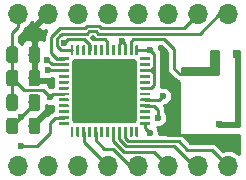
<source format=gbr>
G04 #@! TF.GenerationSoftware,KiCad,Pcbnew,(5.1.4-0-10_14)*
G04 #@! TF.CreationDate,2020-12-23T13:56:28+02:00*
G04 #@! TF.ProjectId,esp32-pico-module,65737033-322d-4706-9963-6f2d6d6f6475,rev?*
G04 #@! TF.SameCoordinates,Original*
G04 #@! TF.FileFunction,Copper,L1,Top*
G04 #@! TF.FilePolarity,Positive*
%FSLAX46Y46*%
G04 Gerber Fmt 4.6, Leading zero omitted, Abs format (unit mm)*
G04 Created by KiCad (PCBNEW (5.1.4-0-10_14)) date 2020-12-23 13:56:28*
%MOMM*%
%LPD*%
G04 APERTURE LIST*
%ADD10C,0.500000*%
%ADD11C,0.100000*%
%ADD12C,0.250000*%
%ADD13C,5.450000*%
%ADD14O,1.700000X1.700000*%
%ADD15C,0.975000*%
%ADD16R,0.550000X0.800000*%
%ADD17R,0.500000X0.500000*%
%ADD18C,0.600000*%
%ADD19C,0.250000*%
%ADD20C,0.500000*%
%ADD21C,0.254000*%
G04 APERTURE END LIST*
D10*
X117125000Y-105805000D03*
X117125000Y-110755000D03*
X119600000Y-108280000D03*
D11*
G36*
X120943626Y-105405301D02*
G01*
X120949693Y-105406201D01*
X120955643Y-105407691D01*
X120961418Y-105409758D01*
X120966962Y-105412380D01*
X120972223Y-105415533D01*
X120977150Y-105419187D01*
X120981694Y-105423306D01*
X120985813Y-105427850D01*
X120989467Y-105432777D01*
X120992620Y-105438038D01*
X120995242Y-105443582D01*
X120997309Y-105449357D01*
X120998799Y-105455307D01*
X120999699Y-105461374D01*
X121000000Y-105467500D01*
X121000000Y-105592500D01*
X120999699Y-105598626D01*
X120998799Y-105604693D01*
X120997309Y-105610643D01*
X120995242Y-105616418D01*
X120992620Y-105621962D01*
X120989467Y-105627223D01*
X120985813Y-105632150D01*
X120981694Y-105636694D01*
X120977150Y-105640813D01*
X120972223Y-105644467D01*
X120966962Y-105647620D01*
X120961418Y-105650242D01*
X120955643Y-105652309D01*
X120949693Y-105653799D01*
X120943626Y-105654699D01*
X120937500Y-105655000D01*
X120212500Y-105655000D01*
X120206374Y-105654699D01*
X120200307Y-105653799D01*
X120194357Y-105652309D01*
X120188582Y-105650242D01*
X120183038Y-105647620D01*
X120177777Y-105644467D01*
X120172850Y-105640813D01*
X120168306Y-105636694D01*
X120164187Y-105632150D01*
X120160533Y-105627223D01*
X120157380Y-105621962D01*
X120154758Y-105616418D01*
X120152691Y-105610643D01*
X120151201Y-105604693D01*
X120150301Y-105598626D01*
X120150000Y-105592500D01*
X120150000Y-105467500D01*
X120150301Y-105461374D01*
X120151201Y-105455307D01*
X120152691Y-105449357D01*
X120154758Y-105443582D01*
X120157380Y-105438038D01*
X120160533Y-105432777D01*
X120164187Y-105427850D01*
X120168306Y-105423306D01*
X120172850Y-105419187D01*
X120177777Y-105415533D01*
X120183038Y-105412380D01*
X120188582Y-105409758D01*
X120194357Y-105407691D01*
X120200307Y-105406201D01*
X120206374Y-105405301D01*
X120212500Y-105405000D01*
X120937500Y-105405000D01*
X120943626Y-105405301D01*
X120943626Y-105405301D01*
G37*
D12*
X120575000Y-105530000D03*
D11*
G36*
X120943626Y-105905301D02*
G01*
X120949693Y-105906201D01*
X120955643Y-105907691D01*
X120961418Y-105909758D01*
X120966962Y-105912380D01*
X120972223Y-105915533D01*
X120977150Y-105919187D01*
X120981694Y-105923306D01*
X120985813Y-105927850D01*
X120989467Y-105932777D01*
X120992620Y-105938038D01*
X120995242Y-105943582D01*
X120997309Y-105949357D01*
X120998799Y-105955307D01*
X120999699Y-105961374D01*
X121000000Y-105967500D01*
X121000000Y-106092500D01*
X120999699Y-106098626D01*
X120998799Y-106104693D01*
X120997309Y-106110643D01*
X120995242Y-106116418D01*
X120992620Y-106121962D01*
X120989467Y-106127223D01*
X120985813Y-106132150D01*
X120981694Y-106136694D01*
X120977150Y-106140813D01*
X120972223Y-106144467D01*
X120966962Y-106147620D01*
X120961418Y-106150242D01*
X120955643Y-106152309D01*
X120949693Y-106153799D01*
X120943626Y-106154699D01*
X120937500Y-106155000D01*
X120212500Y-106155000D01*
X120206374Y-106154699D01*
X120200307Y-106153799D01*
X120194357Y-106152309D01*
X120188582Y-106150242D01*
X120183038Y-106147620D01*
X120177777Y-106144467D01*
X120172850Y-106140813D01*
X120168306Y-106136694D01*
X120164187Y-106132150D01*
X120160533Y-106127223D01*
X120157380Y-106121962D01*
X120154758Y-106116418D01*
X120152691Y-106110643D01*
X120151201Y-106104693D01*
X120150301Y-106098626D01*
X120150000Y-106092500D01*
X120150000Y-105967500D01*
X120150301Y-105961374D01*
X120151201Y-105955307D01*
X120152691Y-105949357D01*
X120154758Y-105943582D01*
X120157380Y-105938038D01*
X120160533Y-105932777D01*
X120164187Y-105927850D01*
X120168306Y-105923306D01*
X120172850Y-105919187D01*
X120177777Y-105915533D01*
X120183038Y-105912380D01*
X120188582Y-105909758D01*
X120194357Y-105907691D01*
X120200307Y-105906201D01*
X120206374Y-105905301D01*
X120212500Y-105905000D01*
X120937500Y-105905000D01*
X120943626Y-105905301D01*
X120943626Y-105905301D01*
G37*
D12*
X120575000Y-106030000D03*
D11*
G36*
X120943626Y-106405301D02*
G01*
X120949693Y-106406201D01*
X120955643Y-106407691D01*
X120961418Y-106409758D01*
X120966962Y-106412380D01*
X120972223Y-106415533D01*
X120977150Y-106419187D01*
X120981694Y-106423306D01*
X120985813Y-106427850D01*
X120989467Y-106432777D01*
X120992620Y-106438038D01*
X120995242Y-106443582D01*
X120997309Y-106449357D01*
X120998799Y-106455307D01*
X120999699Y-106461374D01*
X121000000Y-106467500D01*
X121000000Y-106592500D01*
X120999699Y-106598626D01*
X120998799Y-106604693D01*
X120997309Y-106610643D01*
X120995242Y-106616418D01*
X120992620Y-106621962D01*
X120989467Y-106627223D01*
X120985813Y-106632150D01*
X120981694Y-106636694D01*
X120977150Y-106640813D01*
X120972223Y-106644467D01*
X120966962Y-106647620D01*
X120961418Y-106650242D01*
X120955643Y-106652309D01*
X120949693Y-106653799D01*
X120943626Y-106654699D01*
X120937500Y-106655000D01*
X120212500Y-106655000D01*
X120206374Y-106654699D01*
X120200307Y-106653799D01*
X120194357Y-106652309D01*
X120188582Y-106650242D01*
X120183038Y-106647620D01*
X120177777Y-106644467D01*
X120172850Y-106640813D01*
X120168306Y-106636694D01*
X120164187Y-106632150D01*
X120160533Y-106627223D01*
X120157380Y-106621962D01*
X120154758Y-106616418D01*
X120152691Y-106610643D01*
X120151201Y-106604693D01*
X120150301Y-106598626D01*
X120150000Y-106592500D01*
X120150000Y-106467500D01*
X120150301Y-106461374D01*
X120151201Y-106455307D01*
X120152691Y-106449357D01*
X120154758Y-106443582D01*
X120157380Y-106438038D01*
X120160533Y-106432777D01*
X120164187Y-106427850D01*
X120168306Y-106423306D01*
X120172850Y-106419187D01*
X120177777Y-106415533D01*
X120183038Y-106412380D01*
X120188582Y-106409758D01*
X120194357Y-106407691D01*
X120200307Y-106406201D01*
X120206374Y-106405301D01*
X120212500Y-106405000D01*
X120937500Y-106405000D01*
X120943626Y-106405301D01*
X120943626Y-106405301D01*
G37*
D12*
X120575000Y-106530000D03*
D11*
G36*
X120943626Y-106905301D02*
G01*
X120949693Y-106906201D01*
X120955643Y-106907691D01*
X120961418Y-106909758D01*
X120966962Y-106912380D01*
X120972223Y-106915533D01*
X120977150Y-106919187D01*
X120981694Y-106923306D01*
X120985813Y-106927850D01*
X120989467Y-106932777D01*
X120992620Y-106938038D01*
X120995242Y-106943582D01*
X120997309Y-106949357D01*
X120998799Y-106955307D01*
X120999699Y-106961374D01*
X121000000Y-106967500D01*
X121000000Y-107092500D01*
X120999699Y-107098626D01*
X120998799Y-107104693D01*
X120997309Y-107110643D01*
X120995242Y-107116418D01*
X120992620Y-107121962D01*
X120989467Y-107127223D01*
X120985813Y-107132150D01*
X120981694Y-107136694D01*
X120977150Y-107140813D01*
X120972223Y-107144467D01*
X120966962Y-107147620D01*
X120961418Y-107150242D01*
X120955643Y-107152309D01*
X120949693Y-107153799D01*
X120943626Y-107154699D01*
X120937500Y-107155000D01*
X120212500Y-107155000D01*
X120206374Y-107154699D01*
X120200307Y-107153799D01*
X120194357Y-107152309D01*
X120188582Y-107150242D01*
X120183038Y-107147620D01*
X120177777Y-107144467D01*
X120172850Y-107140813D01*
X120168306Y-107136694D01*
X120164187Y-107132150D01*
X120160533Y-107127223D01*
X120157380Y-107121962D01*
X120154758Y-107116418D01*
X120152691Y-107110643D01*
X120151201Y-107104693D01*
X120150301Y-107098626D01*
X120150000Y-107092500D01*
X120150000Y-106967500D01*
X120150301Y-106961374D01*
X120151201Y-106955307D01*
X120152691Y-106949357D01*
X120154758Y-106943582D01*
X120157380Y-106938038D01*
X120160533Y-106932777D01*
X120164187Y-106927850D01*
X120168306Y-106923306D01*
X120172850Y-106919187D01*
X120177777Y-106915533D01*
X120183038Y-106912380D01*
X120188582Y-106909758D01*
X120194357Y-106907691D01*
X120200307Y-106906201D01*
X120206374Y-106905301D01*
X120212500Y-106905000D01*
X120937500Y-106905000D01*
X120943626Y-106905301D01*
X120943626Y-106905301D01*
G37*
D12*
X120575000Y-107030000D03*
D11*
G36*
X120943626Y-107405301D02*
G01*
X120949693Y-107406201D01*
X120955643Y-107407691D01*
X120961418Y-107409758D01*
X120966962Y-107412380D01*
X120972223Y-107415533D01*
X120977150Y-107419187D01*
X120981694Y-107423306D01*
X120985813Y-107427850D01*
X120989467Y-107432777D01*
X120992620Y-107438038D01*
X120995242Y-107443582D01*
X120997309Y-107449357D01*
X120998799Y-107455307D01*
X120999699Y-107461374D01*
X121000000Y-107467500D01*
X121000000Y-107592500D01*
X120999699Y-107598626D01*
X120998799Y-107604693D01*
X120997309Y-107610643D01*
X120995242Y-107616418D01*
X120992620Y-107621962D01*
X120989467Y-107627223D01*
X120985813Y-107632150D01*
X120981694Y-107636694D01*
X120977150Y-107640813D01*
X120972223Y-107644467D01*
X120966962Y-107647620D01*
X120961418Y-107650242D01*
X120955643Y-107652309D01*
X120949693Y-107653799D01*
X120943626Y-107654699D01*
X120937500Y-107655000D01*
X120212500Y-107655000D01*
X120206374Y-107654699D01*
X120200307Y-107653799D01*
X120194357Y-107652309D01*
X120188582Y-107650242D01*
X120183038Y-107647620D01*
X120177777Y-107644467D01*
X120172850Y-107640813D01*
X120168306Y-107636694D01*
X120164187Y-107632150D01*
X120160533Y-107627223D01*
X120157380Y-107621962D01*
X120154758Y-107616418D01*
X120152691Y-107610643D01*
X120151201Y-107604693D01*
X120150301Y-107598626D01*
X120150000Y-107592500D01*
X120150000Y-107467500D01*
X120150301Y-107461374D01*
X120151201Y-107455307D01*
X120152691Y-107449357D01*
X120154758Y-107443582D01*
X120157380Y-107438038D01*
X120160533Y-107432777D01*
X120164187Y-107427850D01*
X120168306Y-107423306D01*
X120172850Y-107419187D01*
X120177777Y-107415533D01*
X120183038Y-107412380D01*
X120188582Y-107409758D01*
X120194357Y-107407691D01*
X120200307Y-107406201D01*
X120206374Y-107405301D01*
X120212500Y-107405000D01*
X120937500Y-107405000D01*
X120943626Y-107405301D01*
X120943626Y-107405301D01*
G37*
D12*
X120575000Y-107530000D03*
D11*
G36*
X120943626Y-107905301D02*
G01*
X120949693Y-107906201D01*
X120955643Y-107907691D01*
X120961418Y-107909758D01*
X120966962Y-107912380D01*
X120972223Y-107915533D01*
X120977150Y-107919187D01*
X120981694Y-107923306D01*
X120985813Y-107927850D01*
X120989467Y-107932777D01*
X120992620Y-107938038D01*
X120995242Y-107943582D01*
X120997309Y-107949357D01*
X120998799Y-107955307D01*
X120999699Y-107961374D01*
X121000000Y-107967500D01*
X121000000Y-108092500D01*
X120999699Y-108098626D01*
X120998799Y-108104693D01*
X120997309Y-108110643D01*
X120995242Y-108116418D01*
X120992620Y-108121962D01*
X120989467Y-108127223D01*
X120985813Y-108132150D01*
X120981694Y-108136694D01*
X120977150Y-108140813D01*
X120972223Y-108144467D01*
X120966962Y-108147620D01*
X120961418Y-108150242D01*
X120955643Y-108152309D01*
X120949693Y-108153799D01*
X120943626Y-108154699D01*
X120937500Y-108155000D01*
X120212500Y-108155000D01*
X120206374Y-108154699D01*
X120200307Y-108153799D01*
X120194357Y-108152309D01*
X120188582Y-108150242D01*
X120183038Y-108147620D01*
X120177777Y-108144467D01*
X120172850Y-108140813D01*
X120168306Y-108136694D01*
X120164187Y-108132150D01*
X120160533Y-108127223D01*
X120157380Y-108121962D01*
X120154758Y-108116418D01*
X120152691Y-108110643D01*
X120151201Y-108104693D01*
X120150301Y-108098626D01*
X120150000Y-108092500D01*
X120150000Y-107967500D01*
X120150301Y-107961374D01*
X120151201Y-107955307D01*
X120152691Y-107949357D01*
X120154758Y-107943582D01*
X120157380Y-107938038D01*
X120160533Y-107932777D01*
X120164187Y-107927850D01*
X120168306Y-107923306D01*
X120172850Y-107919187D01*
X120177777Y-107915533D01*
X120183038Y-107912380D01*
X120188582Y-107909758D01*
X120194357Y-107907691D01*
X120200307Y-107906201D01*
X120206374Y-107905301D01*
X120212500Y-107905000D01*
X120937500Y-107905000D01*
X120943626Y-107905301D01*
X120943626Y-107905301D01*
G37*
D12*
X120575000Y-108030000D03*
D11*
G36*
X120943626Y-108405301D02*
G01*
X120949693Y-108406201D01*
X120955643Y-108407691D01*
X120961418Y-108409758D01*
X120966962Y-108412380D01*
X120972223Y-108415533D01*
X120977150Y-108419187D01*
X120981694Y-108423306D01*
X120985813Y-108427850D01*
X120989467Y-108432777D01*
X120992620Y-108438038D01*
X120995242Y-108443582D01*
X120997309Y-108449357D01*
X120998799Y-108455307D01*
X120999699Y-108461374D01*
X121000000Y-108467500D01*
X121000000Y-108592500D01*
X120999699Y-108598626D01*
X120998799Y-108604693D01*
X120997309Y-108610643D01*
X120995242Y-108616418D01*
X120992620Y-108621962D01*
X120989467Y-108627223D01*
X120985813Y-108632150D01*
X120981694Y-108636694D01*
X120977150Y-108640813D01*
X120972223Y-108644467D01*
X120966962Y-108647620D01*
X120961418Y-108650242D01*
X120955643Y-108652309D01*
X120949693Y-108653799D01*
X120943626Y-108654699D01*
X120937500Y-108655000D01*
X120212500Y-108655000D01*
X120206374Y-108654699D01*
X120200307Y-108653799D01*
X120194357Y-108652309D01*
X120188582Y-108650242D01*
X120183038Y-108647620D01*
X120177777Y-108644467D01*
X120172850Y-108640813D01*
X120168306Y-108636694D01*
X120164187Y-108632150D01*
X120160533Y-108627223D01*
X120157380Y-108621962D01*
X120154758Y-108616418D01*
X120152691Y-108610643D01*
X120151201Y-108604693D01*
X120150301Y-108598626D01*
X120150000Y-108592500D01*
X120150000Y-108467500D01*
X120150301Y-108461374D01*
X120151201Y-108455307D01*
X120152691Y-108449357D01*
X120154758Y-108443582D01*
X120157380Y-108438038D01*
X120160533Y-108432777D01*
X120164187Y-108427850D01*
X120168306Y-108423306D01*
X120172850Y-108419187D01*
X120177777Y-108415533D01*
X120183038Y-108412380D01*
X120188582Y-108409758D01*
X120194357Y-108407691D01*
X120200307Y-108406201D01*
X120206374Y-108405301D01*
X120212500Y-108405000D01*
X120937500Y-108405000D01*
X120943626Y-108405301D01*
X120943626Y-108405301D01*
G37*
D12*
X120575000Y-108530000D03*
D11*
G36*
X120943626Y-108905301D02*
G01*
X120949693Y-108906201D01*
X120955643Y-108907691D01*
X120961418Y-108909758D01*
X120966962Y-108912380D01*
X120972223Y-108915533D01*
X120977150Y-108919187D01*
X120981694Y-108923306D01*
X120985813Y-108927850D01*
X120989467Y-108932777D01*
X120992620Y-108938038D01*
X120995242Y-108943582D01*
X120997309Y-108949357D01*
X120998799Y-108955307D01*
X120999699Y-108961374D01*
X121000000Y-108967500D01*
X121000000Y-109092500D01*
X120999699Y-109098626D01*
X120998799Y-109104693D01*
X120997309Y-109110643D01*
X120995242Y-109116418D01*
X120992620Y-109121962D01*
X120989467Y-109127223D01*
X120985813Y-109132150D01*
X120981694Y-109136694D01*
X120977150Y-109140813D01*
X120972223Y-109144467D01*
X120966962Y-109147620D01*
X120961418Y-109150242D01*
X120955643Y-109152309D01*
X120949693Y-109153799D01*
X120943626Y-109154699D01*
X120937500Y-109155000D01*
X120212500Y-109155000D01*
X120206374Y-109154699D01*
X120200307Y-109153799D01*
X120194357Y-109152309D01*
X120188582Y-109150242D01*
X120183038Y-109147620D01*
X120177777Y-109144467D01*
X120172850Y-109140813D01*
X120168306Y-109136694D01*
X120164187Y-109132150D01*
X120160533Y-109127223D01*
X120157380Y-109121962D01*
X120154758Y-109116418D01*
X120152691Y-109110643D01*
X120151201Y-109104693D01*
X120150301Y-109098626D01*
X120150000Y-109092500D01*
X120150000Y-108967500D01*
X120150301Y-108961374D01*
X120151201Y-108955307D01*
X120152691Y-108949357D01*
X120154758Y-108943582D01*
X120157380Y-108938038D01*
X120160533Y-108932777D01*
X120164187Y-108927850D01*
X120168306Y-108923306D01*
X120172850Y-108919187D01*
X120177777Y-108915533D01*
X120183038Y-108912380D01*
X120188582Y-108909758D01*
X120194357Y-108907691D01*
X120200307Y-108906201D01*
X120206374Y-108905301D01*
X120212500Y-108905000D01*
X120937500Y-108905000D01*
X120943626Y-108905301D01*
X120943626Y-108905301D01*
G37*
D12*
X120575000Y-109030000D03*
D11*
G36*
X120943626Y-109405301D02*
G01*
X120949693Y-109406201D01*
X120955643Y-109407691D01*
X120961418Y-109409758D01*
X120966962Y-109412380D01*
X120972223Y-109415533D01*
X120977150Y-109419187D01*
X120981694Y-109423306D01*
X120985813Y-109427850D01*
X120989467Y-109432777D01*
X120992620Y-109438038D01*
X120995242Y-109443582D01*
X120997309Y-109449357D01*
X120998799Y-109455307D01*
X120999699Y-109461374D01*
X121000000Y-109467500D01*
X121000000Y-109592500D01*
X120999699Y-109598626D01*
X120998799Y-109604693D01*
X120997309Y-109610643D01*
X120995242Y-109616418D01*
X120992620Y-109621962D01*
X120989467Y-109627223D01*
X120985813Y-109632150D01*
X120981694Y-109636694D01*
X120977150Y-109640813D01*
X120972223Y-109644467D01*
X120966962Y-109647620D01*
X120961418Y-109650242D01*
X120955643Y-109652309D01*
X120949693Y-109653799D01*
X120943626Y-109654699D01*
X120937500Y-109655000D01*
X120212500Y-109655000D01*
X120206374Y-109654699D01*
X120200307Y-109653799D01*
X120194357Y-109652309D01*
X120188582Y-109650242D01*
X120183038Y-109647620D01*
X120177777Y-109644467D01*
X120172850Y-109640813D01*
X120168306Y-109636694D01*
X120164187Y-109632150D01*
X120160533Y-109627223D01*
X120157380Y-109621962D01*
X120154758Y-109616418D01*
X120152691Y-109610643D01*
X120151201Y-109604693D01*
X120150301Y-109598626D01*
X120150000Y-109592500D01*
X120150000Y-109467500D01*
X120150301Y-109461374D01*
X120151201Y-109455307D01*
X120152691Y-109449357D01*
X120154758Y-109443582D01*
X120157380Y-109438038D01*
X120160533Y-109432777D01*
X120164187Y-109427850D01*
X120168306Y-109423306D01*
X120172850Y-109419187D01*
X120177777Y-109415533D01*
X120183038Y-109412380D01*
X120188582Y-109409758D01*
X120194357Y-109407691D01*
X120200307Y-109406201D01*
X120206374Y-109405301D01*
X120212500Y-109405000D01*
X120937500Y-109405000D01*
X120943626Y-109405301D01*
X120943626Y-109405301D01*
G37*
D12*
X120575000Y-109530000D03*
D11*
G36*
X120943626Y-109905301D02*
G01*
X120949693Y-109906201D01*
X120955643Y-109907691D01*
X120961418Y-109909758D01*
X120966962Y-109912380D01*
X120972223Y-109915533D01*
X120977150Y-109919187D01*
X120981694Y-109923306D01*
X120985813Y-109927850D01*
X120989467Y-109932777D01*
X120992620Y-109938038D01*
X120995242Y-109943582D01*
X120997309Y-109949357D01*
X120998799Y-109955307D01*
X120999699Y-109961374D01*
X121000000Y-109967500D01*
X121000000Y-110092500D01*
X120999699Y-110098626D01*
X120998799Y-110104693D01*
X120997309Y-110110643D01*
X120995242Y-110116418D01*
X120992620Y-110121962D01*
X120989467Y-110127223D01*
X120985813Y-110132150D01*
X120981694Y-110136694D01*
X120977150Y-110140813D01*
X120972223Y-110144467D01*
X120966962Y-110147620D01*
X120961418Y-110150242D01*
X120955643Y-110152309D01*
X120949693Y-110153799D01*
X120943626Y-110154699D01*
X120937500Y-110155000D01*
X120212500Y-110155000D01*
X120206374Y-110154699D01*
X120200307Y-110153799D01*
X120194357Y-110152309D01*
X120188582Y-110150242D01*
X120183038Y-110147620D01*
X120177777Y-110144467D01*
X120172850Y-110140813D01*
X120168306Y-110136694D01*
X120164187Y-110132150D01*
X120160533Y-110127223D01*
X120157380Y-110121962D01*
X120154758Y-110116418D01*
X120152691Y-110110643D01*
X120151201Y-110104693D01*
X120150301Y-110098626D01*
X120150000Y-110092500D01*
X120150000Y-109967500D01*
X120150301Y-109961374D01*
X120151201Y-109955307D01*
X120152691Y-109949357D01*
X120154758Y-109943582D01*
X120157380Y-109938038D01*
X120160533Y-109932777D01*
X120164187Y-109927850D01*
X120168306Y-109923306D01*
X120172850Y-109919187D01*
X120177777Y-109915533D01*
X120183038Y-109912380D01*
X120188582Y-109909758D01*
X120194357Y-109907691D01*
X120200307Y-109906201D01*
X120206374Y-109905301D01*
X120212500Y-109905000D01*
X120937500Y-109905000D01*
X120943626Y-109905301D01*
X120943626Y-109905301D01*
G37*
D12*
X120575000Y-110030000D03*
D11*
G36*
X120943626Y-110405301D02*
G01*
X120949693Y-110406201D01*
X120955643Y-110407691D01*
X120961418Y-110409758D01*
X120966962Y-110412380D01*
X120972223Y-110415533D01*
X120977150Y-110419187D01*
X120981694Y-110423306D01*
X120985813Y-110427850D01*
X120989467Y-110432777D01*
X120992620Y-110438038D01*
X120995242Y-110443582D01*
X120997309Y-110449357D01*
X120998799Y-110455307D01*
X120999699Y-110461374D01*
X121000000Y-110467500D01*
X121000000Y-110592500D01*
X120999699Y-110598626D01*
X120998799Y-110604693D01*
X120997309Y-110610643D01*
X120995242Y-110616418D01*
X120992620Y-110621962D01*
X120989467Y-110627223D01*
X120985813Y-110632150D01*
X120981694Y-110636694D01*
X120977150Y-110640813D01*
X120972223Y-110644467D01*
X120966962Y-110647620D01*
X120961418Y-110650242D01*
X120955643Y-110652309D01*
X120949693Y-110653799D01*
X120943626Y-110654699D01*
X120937500Y-110655000D01*
X120212500Y-110655000D01*
X120206374Y-110654699D01*
X120200307Y-110653799D01*
X120194357Y-110652309D01*
X120188582Y-110650242D01*
X120183038Y-110647620D01*
X120177777Y-110644467D01*
X120172850Y-110640813D01*
X120168306Y-110636694D01*
X120164187Y-110632150D01*
X120160533Y-110627223D01*
X120157380Y-110621962D01*
X120154758Y-110616418D01*
X120152691Y-110610643D01*
X120151201Y-110604693D01*
X120150301Y-110598626D01*
X120150000Y-110592500D01*
X120150000Y-110467500D01*
X120150301Y-110461374D01*
X120151201Y-110455307D01*
X120152691Y-110449357D01*
X120154758Y-110443582D01*
X120157380Y-110438038D01*
X120160533Y-110432777D01*
X120164187Y-110427850D01*
X120168306Y-110423306D01*
X120172850Y-110419187D01*
X120177777Y-110415533D01*
X120183038Y-110412380D01*
X120188582Y-110409758D01*
X120194357Y-110407691D01*
X120200307Y-110406201D01*
X120206374Y-110405301D01*
X120212500Y-110405000D01*
X120937500Y-110405000D01*
X120943626Y-110405301D01*
X120943626Y-110405301D01*
G37*
D12*
X120575000Y-110530000D03*
D11*
G36*
X120943626Y-110905301D02*
G01*
X120949693Y-110906201D01*
X120955643Y-110907691D01*
X120961418Y-110909758D01*
X120966962Y-110912380D01*
X120972223Y-110915533D01*
X120977150Y-110919187D01*
X120981694Y-110923306D01*
X120985813Y-110927850D01*
X120989467Y-110932777D01*
X120992620Y-110938038D01*
X120995242Y-110943582D01*
X120997309Y-110949357D01*
X120998799Y-110955307D01*
X120999699Y-110961374D01*
X121000000Y-110967500D01*
X121000000Y-111092500D01*
X120999699Y-111098626D01*
X120998799Y-111104693D01*
X120997309Y-111110643D01*
X120995242Y-111116418D01*
X120992620Y-111121962D01*
X120989467Y-111127223D01*
X120985813Y-111132150D01*
X120981694Y-111136694D01*
X120977150Y-111140813D01*
X120972223Y-111144467D01*
X120966962Y-111147620D01*
X120961418Y-111150242D01*
X120955643Y-111152309D01*
X120949693Y-111153799D01*
X120943626Y-111154699D01*
X120937500Y-111155000D01*
X120212500Y-111155000D01*
X120206374Y-111154699D01*
X120200307Y-111153799D01*
X120194357Y-111152309D01*
X120188582Y-111150242D01*
X120183038Y-111147620D01*
X120177777Y-111144467D01*
X120172850Y-111140813D01*
X120168306Y-111136694D01*
X120164187Y-111132150D01*
X120160533Y-111127223D01*
X120157380Y-111121962D01*
X120154758Y-111116418D01*
X120152691Y-111110643D01*
X120151201Y-111104693D01*
X120150301Y-111098626D01*
X120150000Y-111092500D01*
X120150000Y-110967500D01*
X120150301Y-110961374D01*
X120151201Y-110955307D01*
X120152691Y-110949357D01*
X120154758Y-110943582D01*
X120157380Y-110938038D01*
X120160533Y-110932777D01*
X120164187Y-110927850D01*
X120168306Y-110923306D01*
X120172850Y-110919187D01*
X120177777Y-110915533D01*
X120183038Y-110912380D01*
X120188582Y-110909758D01*
X120194357Y-110907691D01*
X120200307Y-110906201D01*
X120206374Y-110905301D01*
X120212500Y-110905000D01*
X120937500Y-110905000D01*
X120943626Y-110905301D01*
X120943626Y-110905301D01*
G37*
D12*
X120575000Y-111030000D03*
D11*
G36*
X119943626Y-111305301D02*
G01*
X119949693Y-111306201D01*
X119955643Y-111307691D01*
X119961418Y-111309758D01*
X119966962Y-111312380D01*
X119972223Y-111315533D01*
X119977150Y-111319187D01*
X119981694Y-111323306D01*
X119985813Y-111327850D01*
X119989467Y-111332777D01*
X119992620Y-111338038D01*
X119995242Y-111343582D01*
X119997309Y-111349357D01*
X119998799Y-111355307D01*
X119999699Y-111361374D01*
X120000000Y-111367500D01*
X120000000Y-112092500D01*
X119999699Y-112098626D01*
X119998799Y-112104693D01*
X119997309Y-112110643D01*
X119995242Y-112116418D01*
X119992620Y-112121962D01*
X119989467Y-112127223D01*
X119985813Y-112132150D01*
X119981694Y-112136694D01*
X119977150Y-112140813D01*
X119972223Y-112144467D01*
X119966962Y-112147620D01*
X119961418Y-112150242D01*
X119955643Y-112152309D01*
X119949693Y-112153799D01*
X119943626Y-112154699D01*
X119937500Y-112155000D01*
X119812500Y-112155000D01*
X119806374Y-112154699D01*
X119800307Y-112153799D01*
X119794357Y-112152309D01*
X119788582Y-112150242D01*
X119783038Y-112147620D01*
X119777777Y-112144467D01*
X119772850Y-112140813D01*
X119768306Y-112136694D01*
X119764187Y-112132150D01*
X119760533Y-112127223D01*
X119757380Y-112121962D01*
X119754758Y-112116418D01*
X119752691Y-112110643D01*
X119751201Y-112104693D01*
X119750301Y-112098626D01*
X119750000Y-112092500D01*
X119750000Y-111367500D01*
X119750301Y-111361374D01*
X119751201Y-111355307D01*
X119752691Y-111349357D01*
X119754758Y-111343582D01*
X119757380Y-111338038D01*
X119760533Y-111332777D01*
X119764187Y-111327850D01*
X119768306Y-111323306D01*
X119772850Y-111319187D01*
X119777777Y-111315533D01*
X119783038Y-111312380D01*
X119788582Y-111309758D01*
X119794357Y-111307691D01*
X119800307Y-111306201D01*
X119806374Y-111305301D01*
X119812500Y-111305000D01*
X119937500Y-111305000D01*
X119943626Y-111305301D01*
X119943626Y-111305301D01*
G37*
D12*
X119875000Y-111730000D03*
D11*
G36*
X119443626Y-111305301D02*
G01*
X119449693Y-111306201D01*
X119455643Y-111307691D01*
X119461418Y-111309758D01*
X119466962Y-111312380D01*
X119472223Y-111315533D01*
X119477150Y-111319187D01*
X119481694Y-111323306D01*
X119485813Y-111327850D01*
X119489467Y-111332777D01*
X119492620Y-111338038D01*
X119495242Y-111343582D01*
X119497309Y-111349357D01*
X119498799Y-111355307D01*
X119499699Y-111361374D01*
X119500000Y-111367500D01*
X119500000Y-112092500D01*
X119499699Y-112098626D01*
X119498799Y-112104693D01*
X119497309Y-112110643D01*
X119495242Y-112116418D01*
X119492620Y-112121962D01*
X119489467Y-112127223D01*
X119485813Y-112132150D01*
X119481694Y-112136694D01*
X119477150Y-112140813D01*
X119472223Y-112144467D01*
X119466962Y-112147620D01*
X119461418Y-112150242D01*
X119455643Y-112152309D01*
X119449693Y-112153799D01*
X119443626Y-112154699D01*
X119437500Y-112155000D01*
X119312500Y-112155000D01*
X119306374Y-112154699D01*
X119300307Y-112153799D01*
X119294357Y-112152309D01*
X119288582Y-112150242D01*
X119283038Y-112147620D01*
X119277777Y-112144467D01*
X119272850Y-112140813D01*
X119268306Y-112136694D01*
X119264187Y-112132150D01*
X119260533Y-112127223D01*
X119257380Y-112121962D01*
X119254758Y-112116418D01*
X119252691Y-112110643D01*
X119251201Y-112104693D01*
X119250301Y-112098626D01*
X119250000Y-112092500D01*
X119250000Y-111367500D01*
X119250301Y-111361374D01*
X119251201Y-111355307D01*
X119252691Y-111349357D01*
X119254758Y-111343582D01*
X119257380Y-111338038D01*
X119260533Y-111332777D01*
X119264187Y-111327850D01*
X119268306Y-111323306D01*
X119272850Y-111319187D01*
X119277777Y-111315533D01*
X119283038Y-111312380D01*
X119288582Y-111309758D01*
X119294357Y-111307691D01*
X119300307Y-111306201D01*
X119306374Y-111305301D01*
X119312500Y-111305000D01*
X119437500Y-111305000D01*
X119443626Y-111305301D01*
X119443626Y-111305301D01*
G37*
D12*
X119375000Y-111730000D03*
D11*
G36*
X118943626Y-111305301D02*
G01*
X118949693Y-111306201D01*
X118955643Y-111307691D01*
X118961418Y-111309758D01*
X118966962Y-111312380D01*
X118972223Y-111315533D01*
X118977150Y-111319187D01*
X118981694Y-111323306D01*
X118985813Y-111327850D01*
X118989467Y-111332777D01*
X118992620Y-111338038D01*
X118995242Y-111343582D01*
X118997309Y-111349357D01*
X118998799Y-111355307D01*
X118999699Y-111361374D01*
X119000000Y-111367500D01*
X119000000Y-112092500D01*
X118999699Y-112098626D01*
X118998799Y-112104693D01*
X118997309Y-112110643D01*
X118995242Y-112116418D01*
X118992620Y-112121962D01*
X118989467Y-112127223D01*
X118985813Y-112132150D01*
X118981694Y-112136694D01*
X118977150Y-112140813D01*
X118972223Y-112144467D01*
X118966962Y-112147620D01*
X118961418Y-112150242D01*
X118955643Y-112152309D01*
X118949693Y-112153799D01*
X118943626Y-112154699D01*
X118937500Y-112155000D01*
X118812500Y-112155000D01*
X118806374Y-112154699D01*
X118800307Y-112153799D01*
X118794357Y-112152309D01*
X118788582Y-112150242D01*
X118783038Y-112147620D01*
X118777777Y-112144467D01*
X118772850Y-112140813D01*
X118768306Y-112136694D01*
X118764187Y-112132150D01*
X118760533Y-112127223D01*
X118757380Y-112121962D01*
X118754758Y-112116418D01*
X118752691Y-112110643D01*
X118751201Y-112104693D01*
X118750301Y-112098626D01*
X118750000Y-112092500D01*
X118750000Y-111367500D01*
X118750301Y-111361374D01*
X118751201Y-111355307D01*
X118752691Y-111349357D01*
X118754758Y-111343582D01*
X118757380Y-111338038D01*
X118760533Y-111332777D01*
X118764187Y-111327850D01*
X118768306Y-111323306D01*
X118772850Y-111319187D01*
X118777777Y-111315533D01*
X118783038Y-111312380D01*
X118788582Y-111309758D01*
X118794357Y-111307691D01*
X118800307Y-111306201D01*
X118806374Y-111305301D01*
X118812500Y-111305000D01*
X118937500Y-111305000D01*
X118943626Y-111305301D01*
X118943626Y-111305301D01*
G37*
D12*
X118875000Y-111730000D03*
D11*
G36*
X118443626Y-111305301D02*
G01*
X118449693Y-111306201D01*
X118455643Y-111307691D01*
X118461418Y-111309758D01*
X118466962Y-111312380D01*
X118472223Y-111315533D01*
X118477150Y-111319187D01*
X118481694Y-111323306D01*
X118485813Y-111327850D01*
X118489467Y-111332777D01*
X118492620Y-111338038D01*
X118495242Y-111343582D01*
X118497309Y-111349357D01*
X118498799Y-111355307D01*
X118499699Y-111361374D01*
X118500000Y-111367500D01*
X118500000Y-112092500D01*
X118499699Y-112098626D01*
X118498799Y-112104693D01*
X118497309Y-112110643D01*
X118495242Y-112116418D01*
X118492620Y-112121962D01*
X118489467Y-112127223D01*
X118485813Y-112132150D01*
X118481694Y-112136694D01*
X118477150Y-112140813D01*
X118472223Y-112144467D01*
X118466962Y-112147620D01*
X118461418Y-112150242D01*
X118455643Y-112152309D01*
X118449693Y-112153799D01*
X118443626Y-112154699D01*
X118437500Y-112155000D01*
X118312500Y-112155000D01*
X118306374Y-112154699D01*
X118300307Y-112153799D01*
X118294357Y-112152309D01*
X118288582Y-112150242D01*
X118283038Y-112147620D01*
X118277777Y-112144467D01*
X118272850Y-112140813D01*
X118268306Y-112136694D01*
X118264187Y-112132150D01*
X118260533Y-112127223D01*
X118257380Y-112121962D01*
X118254758Y-112116418D01*
X118252691Y-112110643D01*
X118251201Y-112104693D01*
X118250301Y-112098626D01*
X118250000Y-112092500D01*
X118250000Y-111367500D01*
X118250301Y-111361374D01*
X118251201Y-111355307D01*
X118252691Y-111349357D01*
X118254758Y-111343582D01*
X118257380Y-111338038D01*
X118260533Y-111332777D01*
X118264187Y-111327850D01*
X118268306Y-111323306D01*
X118272850Y-111319187D01*
X118277777Y-111315533D01*
X118283038Y-111312380D01*
X118288582Y-111309758D01*
X118294357Y-111307691D01*
X118300307Y-111306201D01*
X118306374Y-111305301D01*
X118312500Y-111305000D01*
X118437500Y-111305000D01*
X118443626Y-111305301D01*
X118443626Y-111305301D01*
G37*
D12*
X118375000Y-111730000D03*
D11*
G36*
X117943626Y-111305301D02*
G01*
X117949693Y-111306201D01*
X117955643Y-111307691D01*
X117961418Y-111309758D01*
X117966962Y-111312380D01*
X117972223Y-111315533D01*
X117977150Y-111319187D01*
X117981694Y-111323306D01*
X117985813Y-111327850D01*
X117989467Y-111332777D01*
X117992620Y-111338038D01*
X117995242Y-111343582D01*
X117997309Y-111349357D01*
X117998799Y-111355307D01*
X117999699Y-111361374D01*
X118000000Y-111367500D01*
X118000000Y-112092500D01*
X117999699Y-112098626D01*
X117998799Y-112104693D01*
X117997309Y-112110643D01*
X117995242Y-112116418D01*
X117992620Y-112121962D01*
X117989467Y-112127223D01*
X117985813Y-112132150D01*
X117981694Y-112136694D01*
X117977150Y-112140813D01*
X117972223Y-112144467D01*
X117966962Y-112147620D01*
X117961418Y-112150242D01*
X117955643Y-112152309D01*
X117949693Y-112153799D01*
X117943626Y-112154699D01*
X117937500Y-112155000D01*
X117812500Y-112155000D01*
X117806374Y-112154699D01*
X117800307Y-112153799D01*
X117794357Y-112152309D01*
X117788582Y-112150242D01*
X117783038Y-112147620D01*
X117777777Y-112144467D01*
X117772850Y-112140813D01*
X117768306Y-112136694D01*
X117764187Y-112132150D01*
X117760533Y-112127223D01*
X117757380Y-112121962D01*
X117754758Y-112116418D01*
X117752691Y-112110643D01*
X117751201Y-112104693D01*
X117750301Y-112098626D01*
X117750000Y-112092500D01*
X117750000Y-111367500D01*
X117750301Y-111361374D01*
X117751201Y-111355307D01*
X117752691Y-111349357D01*
X117754758Y-111343582D01*
X117757380Y-111338038D01*
X117760533Y-111332777D01*
X117764187Y-111327850D01*
X117768306Y-111323306D01*
X117772850Y-111319187D01*
X117777777Y-111315533D01*
X117783038Y-111312380D01*
X117788582Y-111309758D01*
X117794357Y-111307691D01*
X117800307Y-111306201D01*
X117806374Y-111305301D01*
X117812500Y-111305000D01*
X117937500Y-111305000D01*
X117943626Y-111305301D01*
X117943626Y-111305301D01*
G37*
D12*
X117875000Y-111730000D03*
D11*
G36*
X117443626Y-111305301D02*
G01*
X117449693Y-111306201D01*
X117455643Y-111307691D01*
X117461418Y-111309758D01*
X117466962Y-111312380D01*
X117472223Y-111315533D01*
X117477150Y-111319187D01*
X117481694Y-111323306D01*
X117485813Y-111327850D01*
X117489467Y-111332777D01*
X117492620Y-111338038D01*
X117495242Y-111343582D01*
X117497309Y-111349357D01*
X117498799Y-111355307D01*
X117499699Y-111361374D01*
X117500000Y-111367500D01*
X117500000Y-112092500D01*
X117499699Y-112098626D01*
X117498799Y-112104693D01*
X117497309Y-112110643D01*
X117495242Y-112116418D01*
X117492620Y-112121962D01*
X117489467Y-112127223D01*
X117485813Y-112132150D01*
X117481694Y-112136694D01*
X117477150Y-112140813D01*
X117472223Y-112144467D01*
X117466962Y-112147620D01*
X117461418Y-112150242D01*
X117455643Y-112152309D01*
X117449693Y-112153799D01*
X117443626Y-112154699D01*
X117437500Y-112155000D01*
X117312500Y-112155000D01*
X117306374Y-112154699D01*
X117300307Y-112153799D01*
X117294357Y-112152309D01*
X117288582Y-112150242D01*
X117283038Y-112147620D01*
X117277777Y-112144467D01*
X117272850Y-112140813D01*
X117268306Y-112136694D01*
X117264187Y-112132150D01*
X117260533Y-112127223D01*
X117257380Y-112121962D01*
X117254758Y-112116418D01*
X117252691Y-112110643D01*
X117251201Y-112104693D01*
X117250301Y-112098626D01*
X117250000Y-112092500D01*
X117250000Y-111367500D01*
X117250301Y-111361374D01*
X117251201Y-111355307D01*
X117252691Y-111349357D01*
X117254758Y-111343582D01*
X117257380Y-111338038D01*
X117260533Y-111332777D01*
X117264187Y-111327850D01*
X117268306Y-111323306D01*
X117272850Y-111319187D01*
X117277777Y-111315533D01*
X117283038Y-111312380D01*
X117288582Y-111309758D01*
X117294357Y-111307691D01*
X117300307Y-111306201D01*
X117306374Y-111305301D01*
X117312500Y-111305000D01*
X117437500Y-111305000D01*
X117443626Y-111305301D01*
X117443626Y-111305301D01*
G37*
D12*
X117375000Y-111730000D03*
D11*
G36*
X116943626Y-111305301D02*
G01*
X116949693Y-111306201D01*
X116955643Y-111307691D01*
X116961418Y-111309758D01*
X116966962Y-111312380D01*
X116972223Y-111315533D01*
X116977150Y-111319187D01*
X116981694Y-111323306D01*
X116985813Y-111327850D01*
X116989467Y-111332777D01*
X116992620Y-111338038D01*
X116995242Y-111343582D01*
X116997309Y-111349357D01*
X116998799Y-111355307D01*
X116999699Y-111361374D01*
X117000000Y-111367500D01*
X117000000Y-112092500D01*
X116999699Y-112098626D01*
X116998799Y-112104693D01*
X116997309Y-112110643D01*
X116995242Y-112116418D01*
X116992620Y-112121962D01*
X116989467Y-112127223D01*
X116985813Y-112132150D01*
X116981694Y-112136694D01*
X116977150Y-112140813D01*
X116972223Y-112144467D01*
X116966962Y-112147620D01*
X116961418Y-112150242D01*
X116955643Y-112152309D01*
X116949693Y-112153799D01*
X116943626Y-112154699D01*
X116937500Y-112155000D01*
X116812500Y-112155000D01*
X116806374Y-112154699D01*
X116800307Y-112153799D01*
X116794357Y-112152309D01*
X116788582Y-112150242D01*
X116783038Y-112147620D01*
X116777777Y-112144467D01*
X116772850Y-112140813D01*
X116768306Y-112136694D01*
X116764187Y-112132150D01*
X116760533Y-112127223D01*
X116757380Y-112121962D01*
X116754758Y-112116418D01*
X116752691Y-112110643D01*
X116751201Y-112104693D01*
X116750301Y-112098626D01*
X116750000Y-112092500D01*
X116750000Y-111367500D01*
X116750301Y-111361374D01*
X116751201Y-111355307D01*
X116752691Y-111349357D01*
X116754758Y-111343582D01*
X116757380Y-111338038D01*
X116760533Y-111332777D01*
X116764187Y-111327850D01*
X116768306Y-111323306D01*
X116772850Y-111319187D01*
X116777777Y-111315533D01*
X116783038Y-111312380D01*
X116788582Y-111309758D01*
X116794357Y-111307691D01*
X116800307Y-111306201D01*
X116806374Y-111305301D01*
X116812500Y-111305000D01*
X116937500Y-111305000D01*
X116943626Y-111305301D01*
X116943626Y-111305301D01*
G37*
D12*
X116875000Y-111730000D03*
D11*
G36*
X116443626Y-111305301D02*
G01*
X116449693Y-111306201D01*
X116455643Y-111307691D01*
X116461418Y-111309758D01*
X116466962Y-111312380D01*
X116472223Y-111315533D01*
X116477150Y-111319187D01*
X116481694Y-111323306D01*
X116485813Y-111327850D01*
X116489467Y-111332777D01*
X116492620Y-111338038D01*
X116495242Y-111343582D01*
X116497309Y-111349357D01*
X116498799Y-111355307D01*
X116499699Y-111361374D01*
X116500000Y-111367500D01*
X116500000Y-112092500D01*
X116499699Y-112098626D01*
X116498799Y-112104693D01*
X116497309Y-112110643D01*
X116495242Y-112116418D01*
X116492620Y-112121962D01*
X116489467Y-112127223D01*
X116485813Y-112132150D01*
X116481694Y-112136694D01*
X116477150Y-112140813D01*
X116472223Y-112144467D01*
X116466962Y-112147620D01*
X116461418Y-112150242D01*
X116455643Y-112152309D01*
X116449693Y-112153799D01*
X116443626Y-112154699D01*
X116437500Y-112155000D01*
X116312500Y-112155000D01*
X116306374Y-112154699D01*
X116300307Y-112153799D01*
X116294357Y-112152309D01*
X116288582Y-112150242D01*
X116283038Y-112147620D01*
X116277777Y-112144467D01*
X116272850Y-112140813D01*
X116268306Y-112136694D01*
X116264187Y-112132150D01*
X116260533Y-112127223D01*
X116257380Y-112121962D01*
X116254758Y-112116418D01*
X116252691Y-112110643D01*
X116251201Y-112104693D01*
X116250301Y-112098626D01*
X116250000Y-112092500D01*
X116250000Y-111367500D01*
X116250301Y-111361374D01*
X116251201Y-111355307D01*
X116252691Y-111349357D01*
X116254758Y-111343582D01*
X116257380Y-111338038D01*
X116260533Y-111332777D01*
X116264187Y-111327850D01*
X116268306Y-111323306D01*
X116272850Y-111319187D01*
X116277777Y-111315533D01*
X116283038Y-111312380D01*
X116288582Y-111309758D01*
X116294357Y-111307691D01*
X116300307Y-111306201D01*
X116306374Y-111305301D01*
X116312500Y-111305000D01*
X116437500Y-111305000D01*
X116443626Y-111305301D01*
X116443626Y-111305301D01*
G37*
D12*
X116375000Y-111730000D03*
D11*
G36*
X115943626Y-111305301D02*
G01*
X115949693Y-111306201D01*
X115955643Y-111307691D01*
X115961418Y-111309758D01*
X115966962Y-111312380D01*
X115972223Y-111315533D01*
X115977150Y-111319187D01*
X115981694Y-111323306D01*
X115985813Y-111327850D01*
X115989467Y-111332777D01*
X115992620Y-111338038D01*
X115995242Y-111343582D01*
X115997309Y-111349357D01*
X115998799Y-111355307D01*
X115999699Y-111361374D01*
X116000000Y-111367500D01*
X116000000Y-112092500D01*
X115999699Y-112098626D01*
X115998799Y-112104693D01*
X115997309Y-112110643D01*
X115995242Y-112116418D01*
X115992620Y-112121962D01*
X115989467Y-112127223D01*
X115985813Y-112132150D01*
X115981694Y-112136694D01*
X115977150Y-112140813D01*
X115972223Y-112144467D01*
X115966962Y-112147620D01*
X115961418Y-112150242D01*
X115955643Y-112152309D01*
X115949693Y-112153799D01*
X115943626Y-112154699D01*
X115937500Y-112155000D01*
X115812500Y-112155000D01*
X115806374Y-112154699D01*
X115800307Y-112153799D01*
X115794357Y-112152309D01*
X115788582Y-112150242D01*
X115783038Y-112147620D01*
X115777777Y-112144467D01*
X115772850Y-112140813D01*
X115768306Y-112136694D01*
X115764187Y-112132150D01*
X115760533Y-112127223D01*
X115757380Y-112121962D01*
X115754758Y-112116418D01*
X115752691Y-112110643D01*
X115751201Y-112104693D01*
X115750301Y-112098626D01*
X115750000Y-112092500D01*
X115750000Y-111367500D01*
X115750301Y-111361374D01*
X115751201Y-111355307D01*
X115752691Y-111349357D01*
X115754758Y-111343582D01*
X115757380Y-111338038D01*
X115760533Y-111332777D01*
X115764187Y-111327850D01*
X115768306Y-111323306D01*
X115772850Y-111319187D01*
X115777777Y-111315533D01*
X115783038Y-111312380D01*
X115788582Y-111309758D01*
X115794357Y-111307691D01*
X115800307Y-111306201D01*
X115806374Y-111305301D01*
X115812500Y-111305000D01*
X115937500Y-111305000D01*
X115943626Y-111305301D01*
X115943626Y-111305301D01*
G37*
D12*
X115875000Y-111730000D03*
D11*
G36*
X115443626Y-111305301D02*
G01*
X115449693Y-111306201D01*
X115455643Y-111307691D01*
X115461418Y-111309758D01*
X115466962Y-111312380D01*
X115472223Y-111315533D01*
X115477150Y-111319187D01*
X115481694Y-111323306D01*
X115485813Y-111327850D01*
X115489467Y-111332777D01*
X115492620Y-111338038D01*
X115495242Y-111343582D01*
X115497309Y-111349357D01*
X115498799Y-111355307D01*
X115499699Y-111361374D01*
X115500000Y-111367500D01*
X115500000Y-112092500D01*
X115499699Y-112098626D01*
X115498799Y-112104693D01*
X115497309Y-112110643D01*
X115495242Y-112116418D01*
X115492620Y-112121962D01*
X115489467Y-112127223D01*
X115485813Y-112132150D01*
X115481694Y-112136694D01*
X115477150Y-112140813D01*
X115472223Y-112144467D01*
X115466962Y-112147620D01*
X115461418Y-112150242D01*
X115455643Y-112152309D01*
X115449693Y-112153799D01*
X115443626Y-112154699D01*
X115437500Y-112155000D01*
X115312500Y-112155000D01*
X115306374Y-112154699D01*
X115300307Y-112153799D01*
X115294357Y-112152309D01*
X115288582Y-112150242D01*
X115283038Y-112147620D01*
X115277777Y-112144467D01*
X115272850Y-112140813D01*
X115268306Y-112136694D01*
X115264187Y-112132150D01*
X115260533Y-112127223D01*
X115257380Y-112121962D01*
X115254758Y-112116418D01*
X115252691Y-112110643D01*
X115251201Y-112104693D01*
X115250301Y-112098626D01*
X115250000Y-112092500D01*
X115250000Y-111367500D01*
X115250301Y-111361374D01*
X115251201Y-111355307D01*
X115252691Y-111349357D01*
X115254758Y-111343582D01*
X115257380Y-111338038D01*
X115260533Y-111332777D01*
X115264187Y-111327850D01*
X115268306Y-111323306D01*
X115272850Y-111319187D01*
X115277777Y-111315533D01*
X115283038Y-111312380D01*
X115288582Y-111309758D01*
X115294357Y-111307691D01*
X115300307Y-111306201D01*
X115306374Y-111305301D01*
X115312500Y-111305000D01*
X115437500Y-111305000D01*
X115443626Y-111305301D01*
X115443626Y-111305301D01*
G37*
D12*
X115375000Y-111730000D03*
D11*
G36*
X114943626Y-111305301D02*
G01*
X114949693Y-111306201D01*
X114955643Y-111307691D01*
X114961418Y-111309758D01*
X114966962Y-111312380D01*
X114972223Y-111315533D01*
X114977150Y-111319187D01*
X114981694Y-111323306D01*
X114985813Y-111327850D01*
X114989467Y-111332777D01*
X114992620Y-111338038D01*
X114995242Y-111343582D01*
X114997309Y-111349357D01*
X114998799Y-111355307D01*
X114999699Y-111361374D01*
X115000000Y-111367500D01*
X115000000Y-112092500D01*
X114999699Y-112098626D01*
X114998799Y-112104693D01*
X114997309Y-112110643D01*
X114995242Y-112116418D01*
X114992620Y-112121962D01*
X114989467Y-112127223D01*
X114985813Y-112132150D01*
X114981694Y-112136694D01*
X114977150Y-112140813D01*
X114972223Y-112144467D01*
X114966962Y-112147620D01*
X114961418Y-112150242D01*
X114955643Y-112152309D01*
X114949693Y-112153799D01*
X114943626Y-112154699D01*
X114937500Y-112155000D01*
X114812500Y-112155000D01*
X114806374Y-112154699D01*
X114800307Y-112153799D01*
X114794357Y-112152309D01*
X114788582Y-112150242D01*
X114783038Y-112147620D01*
X114777777Y-112144467D01*
X114772850Y-112140813D01*
X114768306Y-112136694D01*
X114764187Y-112132150D01*
X114760533Y-112127223D01*
X114757380Y-112121962D01*
X114754758Y-112116418D01*
X114752691Y-112110643D01*
X114751201Y-112104693D01*
X114750301Y-112098626D01*
X114750000Y-112092500D01*
X114750000Y-111367500D01*
X114750301Y-111361374D01*
X114751201Y-111355307D01*
X114752691Y-111349357D01*
X114754758Y-111343582D01*
X114757380Y-111338038D01*
X114760533Y-111332777D01*
X114764187Y-111327850D01*
X114768306Y-111323306D01*
X114772850Y-111319187D01*
X114777777Y-111315533D01*
X114783038Y-111312380D01*
X114788582Y-111309758D01*
X114794357Y-111307691D01*
X114800307Y-111306201D01*
X114806374Y-111305301D01*
X114812500Y-111305000D01*
X114937500Y-111305000D01*
X114943626Y-111305301D01*
X114943626Y-111305301D01*
G37*
D12*
X114875000Y-111730000D03*
D11*
G36*
X114443626Y-111305301D02*
G01*
X114449693Y-111306201D01*
X114455643Y-111307691D01*
X114461418Y-111309758D01*
X114466962Y-111312380D01*
X114472223Y-111315533D01*
X114477150Y-111319187D01*
X114481694Y-111323306D01*
X114485813Y-111327850D01*
X114489467Y-111332777D01*
X114492620Y-111338038D01*
X114495242Y-111343582D01*
X114497309Y-111349357D01*
X114498799Y-111355307D01*
X114499699Y-111361374D01*
X114500000Y-111367500D01*
X114500000Y-112092500D01*
X114499699Y-112098626D01*
X114498799Y-112104693D01*
X114497309Y-112110643D01*
X114495242Y-112116418D01*
X114492620Y-112121962D01*
X114489467Y-112127223D01*
X114485813Y-112132150D01*
X114481694Y-112136694D01*
X114477150Y-112140813D01*
X114472223Y-112144467D01*
X114466962Y-112147620D01*
X114461418Y-112150242D01*
X114455643Y-112152309D01*
X114449693Y-112153799D01*
X114443626Y-112154699D01*
X114437500Y-112155000D01*
X114312500Y-112155000D01*
X114306374Y-112154699D01*
X114300307Y-112153799D01*
X114294357Y-112152309D01*
X114288582Y-112150242D01*
X114283038Y-112147620D01*
X114277777Y-112144467D01*
X114272850Y-112140813D01*
X114268306Y-112136694D01*
X114264187Y-112132150D01*
X114260533Y-112127223D01*
X114257380Y-112121962D01*
X114254758Y-112116418D01*
X114252691Y-112110643D01*
X114251201Y-112104693D01*
X114250301Y-112098626D01*
X114250000Y-112092500D01*
X114250000Y-111367500D01*
X114250301Y-111361374D01*
X114251201Y-111355307D01*
X114252691Y-111349357D01*
X114254758Y-111343582D01*
X114257380Y-111338038D01*
X114260533Y-111332777D01*
X114264187Y-111327850D01*
X114268306Y-111323306D01*
X114272850Y-111319187D01*
X114277777Y-111315533D01*
X114283038Y-111312380D01*
X114288582Y-111309758D01*
X114294357Y-111307691D01*
X114300307Y-111306201D01*
X114306374Y-111305301D01*
X114312500Y-111305000D01*
X114437500Y-111305000D01*
X114443626Y-111305301D01*
X114443626Y-111305301D01*
G37*
D12*
X114375000Y-111730000D03*
D11*
G36*
X114043626Y-110905301D02*
G01*
X114049693Y-110906201D01*
X114055643Y-110907691D01*
X114061418Y-110909758D01*
X114066962Y-110912380D01*
X114072223Y-110915533D01*
X114077150Y-110919187D01*
X114081694Y-110923306D01*
X114085813Y-110927850D01*
X114089467Y-110932777D01*
X114092620Y-110938038D01*
X114095242Y-110943582D01*
X114097309Y-110949357D01*
X114098799Y-110955307D01*
X114099699Y-110961374D01*
X114100000Y-110967500D01*
X114100000Y-111092500D01*
X114099699Y-111098626D01*
X114098799Y-111104693D01*
X114097309Y-111110643D01*
X114095242Y-111116418D01*
X114092620Y-111121962D01*
X114089467Y-111127223D01*
X114085813Y-111132150D01*
X114081694Y-111136694D01*
X114077150Y-111140813D01*
X114072223Y-111144467D01*
X114066962Y-111147620D01*
X114061418Y-111150242D01*
X114055643Y-111152309D01*
X114049693Y-111153799D01*
X114043626Y-111154699D01*
X114037500Y-111155000D01*
X113312500Y-111155000D01*
X113306374Y-111154699D01*
X113300307Y-111153799D01*
X113294357Y-111152309D01*
X113288582Y-111150242D01*
X113283038Y-111147620D01*
X113277777Y-111144467D01*
X113272850Y-111140813D01*
X113268306Y-111136694D01*
X113264187Y-111132150D01*
X113260533Y-111127223D01*
X113257380Y-111121962D01*
X113254758Y-111116418D01*
X113252691Y-111110643D01*
X113251201Y-111104693D01*
X113250301Y-111098626D01*
X113250000Y-111092500D01*
X113250000Y-110967500D01*
X113250301Y-110961374D01*
X113251201Y-110955307D01*
X113252691Y-110949357D01*
X113254758Y-110943582D01*
X113257380Y-110938038D01*
X113260533Y-110932777D01*
X113264187Y-110927850D01*
X113268306Y-110923306D01*
X113272850Y-110919187D01*
X113277777Y-110915533D01*
X113283038Y-110912380D01*
X113288582Y-110909758D01*
X113294357Y-110907691D01*
X113300307Y-110906201D01*
X113306374Y-110905301D01*
X113312500Y-110905000D01*
X114037500Y-110905000D01*
X114043626Y-110905301D01*
X114043626Y-110905301D01*
G37*
D12*
X113675000Y-111030000D03*
D11*
G36*
X114043626Y-110405301D02*
G01*
X114049693Y-110406201D01*
X114055643Y-110407691D01*
X114061418Y-110409758D01*
X114066962Y-110412380D01*
X114072223Y-110415533D01*
X114077150Y-110419187D01*
X114081694Y-110423306D01*
X114085813Y-110427850D01*
X114089467Y-110432777D01*
X114092620Y-110438038D01*
X114095242Y-110443582D01*
X114097309Y-110449357D01*
X114098799Y-110455307D01*
X114099699Y-110461374D01*
X114100000Y-110467500D01*
X114100000Y-110592500D01*
X114099699Y-110598626D01*
X114098799Y-110604693D01*
X114097309Y-110610643D01*
X114095242Y-110616418D01*
X114092620Y-110621962D01*
X114089467Y-110627223D01*
X114085813Y-110632150D01*
X114081694Y-110636694D01*
X114077150Y-110640813D01*
X114072223Y-110644467D01*
X114066962Y-110647620D01*
X114061418Y-110650242D01*
X114055643Y-110652309D01*
X114049693Y-110653799D01*
X114043626Y-110654699D01*
X114037500Y-110655000D01*
X113312500Y-110655000D01*
X113306374Y-110654699D01*
X113300307Y-110653799D01*
X113294357Y-110652309D01*
X113288582Y-110650242D01*
X113283038Y-110647620D01*
X113277777Y-110644467D01*
X113272850Y-110640813D01*
X113268306Y-110636694D01*
X113264187Y-110632150D01*
X113260533Y-110627223D01*
X113257380Y-110621962D01*
X113254758Y-110616418D01*
X113252691Y-110610643D01*
X113251201Y-110604693D01*
X113250301Y-110598626D01*
X113250000Y-110592500D01*
X113250000Y-110467500D01*
X113250301Y-110461374D01*
X113251201Y-110455307D01*
X113252691Y-110449357D01*
X113254758Y-110443582D01*
X113257380Y-110438038D01*
X113260533Y-110432777D01*
X113264187Y-110427850D01*
X113268306Y-110423306D01*
X113272850Y-110419187D01*
X113277777Y-110415533D01*
X113283038Y-110412380D01*
X113288582Y-110409758D01*
X113294357Y-110407691D01*
X113300307Y-110406201D01*
X113306374Y-110405301D01*
X113312500Y-110405000D01*
X114037500Y-110405000D01*
X114043626Y-110405301D01*
X114043626Y-110405301D01*
G37*
D12*
X113675000Y-110530000D03*
D11*
G36*
X114043626Y-109905301D02*
G01*
X114049693Y-109906201D01*
X114055643Y-109907691D01*
X114061418Y-109909758D01*
X114066962Y-109912380D01*
X114072223Y-109915533D01*
X114077150Y-109919187D01*
X114081694Y-109923306D01*
X114085813Y-109927850D01*
X114089467Y-109932777D01*
X114092620Y-109938038D01*
X114095242Y-109943582D01*
X114097309Y-109949357D01*
X114098799Y-109955307D01*
X114099699Y-109961374D01*
X114100000Y-109967500D01*
X114100000Y-110092500D01*
X114099699Y-110098626D01*
X114098799Y-110104693D01*
X114097309Y-110110643D01*
X114095242Y-110116418D01*
X114092620Y-110121962D01*
X114089467Y-110127223D01*
X114085813Y-110132150D01*
X114081694Y-110136694D01*
X114077150Y-110140813D01*
X114072223Y-110144467D01*
X114066962Y-110147620D01*
X114061418Y-110150242D01*
X114055643Y-110152309D01*
X114049693Y-110153799D01*
X114043626Y-110154699D01*
X114037500Y-110155000D01*
X113312500Y-110155000D01*
X113306374Y-110154699D01*
X113300307Y-110153799D01*
X113294357Y-110152309D01*
X113288582Y-110150242D01*
X113283038Y-110147620D01*
X113277777Y-110144467D01*
X113272850Y-110140813D01*
X113268306Y-110136694D01*
X113264187Y-110132150D01*
X113260533Y-110127223D01*
X113257380Y-110121962D01*
X113254758Y-110116418D01*
X113252691Y-110110643D01*
X113251201Y-110104693D01*
X113250301Y-110098626D01*
X113250000Y-110092500D01*
X113250000Y-109967500D01*
X113250301Y-109961374D01*
X113251201Y-109955307D01*
X113252691Y-109949357D01*
X113254758Y-109943582D01*
X113257380Y-109938038D01*
X113260533Y-109932777D01*
X113264187Y-109927850D01*
X113268306Y-109923306D01*
X113272850Y-109919187D01*
X113277777Y-109915533D01*
X113283038Y-109912380D01*
X113288582Y-109909758D01*
X113294357Y-109907691D01*
X113300307Y-109906201D01*
X113306374Y-109905301D01*
X113312500Y-109905000D01*
X114037500Y-109905000D01*
X114043626Y-109905301D01*
X114043626Y-109905301D01*
G37*
D12*
X113675000Y-110030000D03*
D11*
G36*
X114043626Y-109405301D02*
G01*
X114049693Y-109406201D01*
X114055643Y-109407691D01*
X114061418Y-109409758D01*
X114066962Y-109412380D01*
X114072223Y-109415533D01*
X114077150Y-109419187D01*
X114081694Y-109423306D01*
X114085813Y-109427850D01*
X114089467Y-109432777D01*
X114092620Y-109438038D01*
X114095242Y-109443582D01*
X114097309Y-109449357D01*
X114098799Y-109455307D01*
X114099699Y-109461374D01*
X114100000Y-109467500D01*
X114100000Y-109592500D01*
X114099699Y-109598626D01*
X114098799Y-109604693D01*
X114097309Y-109610643D01*
X114095242Y-109616418D01*
X114092620Y-109621962D01*
X114089467Y-109627223D01*
X114085813Y-109632150D01*
X114081694Y-109636694D01*
X114077150Y-109640813D01*
X114072223Y-109644467D01*
X114066962Y-109647620D01*
X114061418Y-109650242D01*
X114055643Y-109652309D01*
X114049693Y-109653799D01*
X114043626Y-109654699D01*
X114037500Y-109655000D01*
X113312500Y-109655000D01*
X113306374Y-109654699D01*
X113300307Y-109653799D01*
X113294357Y-109652309D01*
X113288582Y-109650242D01*
X113283038Y-109647620D01*
X113277777Y-109644467D01*
X113272850Y-109640813D01*
X113268306Y-109636694D01*
X113264187Y-109632150D01*
X113260533Y-109627223D01*
X113257380Y-109621962D01*
X113254758Y-109616418D01*
X113252691Y-109610643D01*
X113251201Y-109604693D01*
X113250301Y-109598626D01*
X113250000Y-109592500D01*
X113250000Y-109467500D01*
X113250301Y-109461374D01*
X113251201Y-109455307D01*
X113252691Y-109449357D01*
X113254758Y-109443582D01*
X113257380Y-109438038D01*
X113260533Y-109432777D01*
X113264187Y-109427850D01*
X113268306Y-109423306D01*
X113272850Y-109419187D01*
X113277777Y-109415533D01*
X113283038Y-109412380D01*
X113288582Y-109409758D01*
X113294357Y-109407691D01*
X113300307Y-109406201D01*
X113306374Y-109405301D01*
X113312500Y-109405000D01*
X114037500Y-109405000D01*
X114043626Y-109405301D01*
X114043626Y-109405301D01*
G37*
D12*
X113675000Y-109530000D03*
D11*
G36*
X114043626Y-108905301D02*
G01*
X114049693Y-108906201D01*
X114055643Y-108907691D01*
X114061418Y-108909758D01*
X114066962Y-108912380D01*
X114072223Y-108915533D01*
X114077150Y-108919187D01*
X114081694Y-108923306D01*
X114085813Y-108927850D01*
X114089467Y-108932777D01*
X114092620Y-108938038D01*
X114095242Y-108943582D01*
X114097309Y-108949357D01*
X114098799Y-108955307D01*
X114099699Y-108961374D01*
X114100000Y-108967500D01*
X114100000Y-109092500D01*
X114099699Y-109098626D01*
X114098799Y-109104693D01*
X114097309Y-109110643D01*
X114095242Y-109116418D01*
X114092620Y-109121962D01*
X114089467Y-109127223D01*
X114085813Y-109132150D01*
X114081694Y-109136694D01*
X114077150Y-109140813D01*
X114072223Y-109144467D01*
X114066962Y-109147620D01*
X114061418Y-109150242D01*
X114055643Y-109152309D01*
X114049693Y-109153799D01*
X114043626Y-109154699D01*
X114037500Y-109155000D01*
X113312500Y-109155000D01*
X113306374Y-109154699D01*
X113300307Y-109153799D01*
X113294357Y-109152309D01*
X113288582Y-109150242D01*
X113283038Y-109147620D01*
X113277777Y-109144467D01*
X113272850Y-109140813D01*
X113268306Y-109136694D01*
X113264187Y-109132150D01*
X113260533Y-109127223D01*
X113257380Y-109121962D01*
X113254758Y-109116418D01*
X113252691Y-109110643D01*
X113251201Y-109104693D01*
X113250301Y-109098626D01*
X113250000Y-109092500D01*
X113250000Y-108967500D01*
X113250301Y-108961374D01*
X113251201Y-108955307D01*
X113252691Y-108949357D01*
X113254758Y-108943582D01*
X113257380Y-108938038D01*
X113260533Y-108932777D01*
X113264187Y-108927850D01*
X113268306Y-108923306D01*
X113272850Y-108919187D01*
X113277777Y-108915533D01*
X113283038Y-108912380D01*
X113288582Y-108909758D01*
X113294357Y-108907691D01*
X113300307Y-108906201D01*
X113306374Y-108905301D01*
X113312500Y-108905000D01*
X114037500Y-108905000D01*
X114043626Y-108905301D01*
X114043626Y-108905301D01*
G37*
D12*
X113675000Y-109030000D03*
D11*
G36*
X114043626Y-108405301D02*
G01*
X114049693Y-108406201D01*
X114055643Y-108407691D01*
X114061418Y-108409758D01*
X114066962Y-108412380D01*
X114072223Y-108415533D01*
X114077150Y-108419187D01*
X114081694Y-108423306D01*
X114085813Y-108427850D01*
X114089467Y-108432777D01*
X114092620Y-108438038D01*
X114095242Y-108443582D01*
X114097309Y-108449357D01*
X114098799Y-108455307D01*
X114099699Y-108461374D01*
X114100000Y-108467500D01*
X114100000Y-108592500D01*
X114099699Y-108598626D01*
X114098799Y-108604693D01*
X114097309Y-108610643D01*
X114095242Y-108616418D01*
X114092620Y-108621962D01*
X114089467Y-108627223D01*
X114085813Y-108632150D01*
X114081694Y-108636694D01*
X114077150Y-108640813D01*
X114072223Y-108644467D01*
X114066962Y-108647620D01*
X114061418Y-108650242D01*
X114055643Y-108652309D01*
X114049693Y-108653799D01*
X114043626Y-108654699D01*
X114037500Y-108655000D01*
X113312500Y-108655000D01*
X113306374Y-108654699D01*
X113300307Y-108653799D01*
X113294357Y-108652309D01*
X113288582Y-108650242D01*
X113283038Y-108647620D01*
X113277777Y-108644467D01*
X113272850Y-108640813D01*
X113268306Y-108636694D01*
X113264187Y-108632150D01*
X113260533Y-108627223D01*
X113257380Y-108621962D01*
X113254758Y-108616418D01*
X113252691Y-108610643D01*
X113251201Y-108604693D01*
X113250301Y-108598626D01*
X113250000Y-108592500D01*
X113250000Y-108467500D01*
X113250301Y-108461374D01*
X113251201Y-108455307D01*
X113252691Y-108449357D01*
X113254758Y-108443582D01*
X113257380Y-108438038D01*
X113260533Y-108432777D01*
X113264187Y-108427850D01*
X113268306Y-108423306D01*
X113272850Y-108419187D01*
X113277777Y-108415533D01*
X113283038Y-108412380D01*
X113288582Y-108409758D01*
X113294357Y-108407691D01*
X113300307Y-108406201D01*
X113306374Y-108405301D01*
X113312500Y-108405000D01*
X114037500Y-108405000D01*
X114043626Y-108405301D01*
X114043626Y-108405301D01*
G37*
D12*
X113675000Y-108530000D03*
D11*
G36*
X114043626Y-107905301D02*
G01*
X114049693Y-107906201D01*
X114055643Y-107907691D01*
X114061418Y-107909758D01*
X114066962Y-107912380D01*
X114072223Y-107915533D01*
X114077150Y-107919187D01*
X114081694Y-107923306D01*
X114085813Y-107927850D01*
X114089467Y-107932777D01*
X114092620Y-107938038D01*
X114095242Y-107943582D01*
X114097309Y-107949357D01*
X114098799Y-107955307D01*
X114099699Y-107961374D01*
X114100000Y-107967500D01*
X114100000Y-108092500D01*
X114099699Y-108098626D01*
X114098799Y-108104693D01*
X114097309Y-108110643D01*
X114095242Y-108116418D01*
X114092620Y-108121962D01*
X114089467Y-108127223D01*
X114085813Y-108132150D01*
X114081694Y-108136694D01*
X114077150Y-108140813D01*
X114072223Y-108144467D01*
X114066962Y-108147620D01*
X114061418Y-108150242D01*
X114055643Y-108152309D01*
X114049693Y-108153799D01*
X114043626Y-108154699D01*
X114037500Y-108155000D01*
X113312500Y-108155000D01*
X113306374Y-108154699D01*
X113300307Y-108153799D01*
X113294357Y-108152309D01*
X113288582Y-108150242D01*
X113283038Y-108147620D01*
X113277777Y-108144467D01*
X113272850Y-108140813D01*
X113268306Y-108136694D01*
X113264187Y-108132150D01*
X113260533Y-108127223D01*
X113257380Y-108121962D01*
X113254758Y-108116418D01*
X113252691Y-108110643D01*
X113251201Y-108104693D01*
X113250301Y-108098626D01*
X113250000Y-108092500D01*
X113250000Y-107967500D01*
X113250301Y-107961374D01*
X113251201Y-107955307D01*
X113252691Y-107949357D01*
X113254758Y-107943582D01*
X113257380Y-107938038D01*
X113260533Y-107932777D01*
X113264187Y-107927850D01*
X113268306Y-107923306D01*
X113272850Y-107919187D01*
X113277777Y-107915533D01*
X113283038Y-107912380D01*
X113288582Y-107909758D01*
X113294357Y-107907691D01*
X113300307Y-107906201D01*
X113306374Y-107905301D01*
X113312500Y-107905000D01*
X114037500Y-107905000D01*
X114043626Y-107905301D01*
X114043626Y-107905301D01*
G37*
D12*
X113675000Y-108030000D03*
D11*
G36*
X114043626Y-107405301D02*
G01*
X114049693Y-107406201D01*
X114055643Y-107407691D01*
X114061418Y-107409758D01*
X114066962Y-107412380D01*
X114072223Y-107415533D01*
X114077150Y-107419187D01*
X114081694Y-107423306D01*
X114085813Y-107427850D01*
X114089467Y-107432777D01*
X114092620Y-107438038D01*
X114095242Y-107443582D01*
X114097309Y-107449357D01*
X114098799Y-107455307D01*
X114099699Y-107461374D01*
X114100000Y-107467500D01*
X114100000Y-107592500D01*
X114099699Y-107598626D01*
X114098799Y-107604693D01*
X114097309Y-107610643D01*
X114095242Y-107616418D01*
X114092620Y-107621962D01*
X114089467Y-107627223D01*
X114085813Y-107632150D01*
X114081694Y-107636694D01*
X114077150Y-107640813D01*
X114072223Y-107644467D01*
X114066962Y-107647620D01*
X114061418Y-107650242D01*
X114055643Y-107652309D01*
X114049693Y-107653799D01*
X114043626Y-107654699D01*
X114037500Y-107655000D01*
X113312500Y-107655000D01*
X113306374Y-107654699D01*
X113300307Y-107653799D01*
X113294357Y-107652309D01*
X113288582Y-107650242D01*
X113283038Y-107647620D01*
X113277777Y-107644467D01*
X113272850Y-107640813D01*
X113268306Y-107636694D01*
X113264187Y-107632150D01*
X113260533Y-107627223D01*
X113257380Y-107621962D01*
X113254758Y-107616418D01*
X113252691Y-107610643D01*
X113251201Y-107604693D01*
X113250301Y-107598626D01*
X113250000Y-107592500D01*
X113250000Y-107467500D01*
X113250301Y-107461374D01*
X113251201Y-107455307D01*
X113252691Y-107449357D01*
X113254758Y-107443582D01*
X113257380Y-107438038D01*
X113260533Y-107432777D01*
X113264187Y-107427850D01*
X113268306Y-107423306D01*
X113272850Y-107419187D01*
X113277777Y-107415533D01*
X113283038Y-107412380D01*
X113288582Y-107409758D01*
X113294357Y-107407691D01*
X113300307Y-107406201D01*
X113306374Y-107405301D01*
X113312500Y-107405000D01*
X114037500Y-107405000D01*
X114043626Y-107405301D01*
X114043626Y-107405301D01*
G37*
D12*
X113675000Y-107530000D03*
D11*
G36*
X114043626Y-106905301D02*
G01*
X114049693Y-106906201D01*
X114055643Y-106907691D01*
X114061418Y-106909758D01*
X114066962Y-106912380D01*
X114072223Y-106915533D01*
X114077150Y-106919187D01*
X114081694Y-106923306D01*
X114085813Y-106927850D01*
X114089467Y-106932777D01*
X114092620Y-106938038D01*
X114095242Y-106943582D01*
X114097309Y-106949357D01*
X114098799Y-106955307D01*
X114099699Y-106961374D01*
X114100000Y-106967500D01*
X114100000Y-107092500D01*
X114099699Y-107098626D01*
X114098799Y-107104693D01*
X114097309Y-107110643D01*
X114095242Y-107116418D01*
X114092620Y-107121962D01*
X114089467Y-107127223D01*
X114085813Y-107132150D01*
X114081694Y-107136694D01*
X114077150Y-107140813D01*
X114072223Y-107144467D01*
X114066962Y-107147620D01*
X114061418Y-107150242D01*
X114055643Y-107152309D01*
X114049693Y-107153799D01*
X114043626Y-107154699D01*
X114037500Y-107155000D01*
X113312500Y-107155000D01*
X113306374Y-107154699D01*
X113300307Y-107153799D01*
X113294357Y-107152309D01*
X113288582Y-107150242D01*
X113283038Y-107147620D01*
X113277777Y-107144467D01*
X113272850Y-107140813D01*
X113268306Y-107136694D01*
X113264187Y-107132150D01*
X113260533Y-107127223D01*
X113257380Y-107121962D01*
X113254758Y-107116418D01*
X113252691Y-107110643D01*
X113251201Y-107104693D01*
X113250301Y-107098626D01*
X113250000Y-107092500D01*
X113250000Y-106967500D01*
X113250301Y-106961374D01*
X113251201Y-106955307D01*
X113252691Y-106949357D01*
X113254758Y-106943582D01*
X113257380Y-106938038D01*
X113260533Y-106932777D01*
X113264187Y-106927850D01*
X113268306Y-106923306D01*
X113272850Y-106919187D01*
X113277777Y-106915533D01*
X113283038Y-106912380D01*
X113288582Y-106909758D01*
X113294357Y-106907691D01*
X113300307Y-106906201D01*
X113306374Y-106905301D01*
X113312500Y-106905000D01*
X114037500Y-106905000D01*
X114043626Y-106905301D01*
X114043626Y-106905301D01*
G37*
D12*
X113675000Y-107030000D03*
D11*
G36*
X114043626Y-106405301D02*
G01*
X114049693Y-106406201D01*
X114055643Y-106407691D01*
X114061418Y-106409758D01*
X114066962Y-106412380D01*
X114072223Y-106415533D01*
X114077150Y-106419187D01*
X114081694Y-106423306D01*
X114085813Y-106427850D01*
X114089467Y-106432777D01*
X114092620Y-106438038D01*
X114095242Y-106443582D01*
X114097309Y-106449357D01*
X114098799Y-106455307D01*
X114099699Y-106461374D01*
X114100000Y-106467500D01*
X114100000Y-106592500D01*
X114099699Y-106598626D01*
X114098799Y-106604693D01*
X114097309Y-106610643D01*
X114095242Y-106616418D01*
X114092620Y-106621962D01*
X114089467Y-106627223D01*
X114085813Y-106632150D01*
X114081694Y-106636694D01*
X114077150Y-106640813D01*
X114072223Y-106644467D01*
X114066962Y-106647620D01*
X114061418Y-106650242D01*
X114055643Y-106652309D01*
X114049693Y-106653799D01*
X114043626Y-106654699D01*
X114037500Y-106655000D01*
X113312500Y-106655000D01*
X113306374Y-106654699D01*
X113300307Y-106653799D01*
X113294357Y-106652309D01*
X113288582Y-106650242D01*
X113283038Y-106647620D01*
X113277777Y-106644467D01*
X113272850Y-106640813D01*
X113268306Y-106636694D01*
X113264187Y-106632150D01*
X113260533Y-106627223D01*
X113257380Y-106621962D01*
X113254758Y-106616418D01*
X113252691Y-106610643D01*
X113251201Y-106604693D01*
X113250301Y-106598626D01*
X113250000Y-106592500D01*
X113250000Y-106467500D01*
X113250301Y-106461374D01*
X113251201Y-106455307D01*
X113252691Y-106449357D01*
X113254758Y-106443582D01*
X113257380Y-106438038D01*
X113260533Y-106432777D01*
X113264187Y-106427850D01*
X113268306Y-106423306D01*
X113272850Y-106419187D01*
X113277777Y-106415533D01*
X113283038Y-106412380D01*
X113288582Y-106409758D01*
X113294357Y-106407691D01*
X113300307Y-106406201D01*
X113306374Y-106405301D01*
X113312500Y-106405000D01*
X114037500Y-106405000D01*
X114043626Y-106405301D01*
X114043626Y-106405301D01*
G37*
D12*
X113675000Y-106530000D03*
D11*
G36*
X114043626Y-105905301D02*
G01*
X114049693Y-105906201D01*
X114055643Y-105907691D01*
X114061418Y-105909758D01*
X114066962Y-105912380D01*
X114072223Y-105915533D01*
X114077150Y-105919187D01*
X114081694Y-105923306D01*
X114085813Y-105927850D01*
X114089467Y-105932777D01*
X114092620Y-105938038D01*
X114095242Y-105943582D01*
X114097309Y-105949357D01*
X114098799Y-105955307D01*
X114099699Y-105961374D01*
X114100000Y-105967500D01*
X114100000Y-106092500D01*
X114099699Y-106098626D01*
X114098799Y-106104693D01*
X114097309Y-106110643D01*
X114095242Y-106116418D01*
X114092620Y-106121962D01*
X114089467Y-106127223D01*
X114085813Y-106132150D01*
X114081694Y-106136694D01*
X114077150Y-106140813D01*
X114072223Y-106144467D01*
X114066962Y-106147620D01*
X114061418Y-106150242D01*
X114055643Y-106152309D01*
X114049693Y-106153799D01*
X114043626Y-106154699D01*
X114037500Y-106155000D01*
X113312500Y-106155000D01*
X113306374Y-106154699D01*
X113300307Y-106153799D01*
X113294357Y-106152309D01*
X113288582Y-106150242D01*
X113283038Y-106147620D01*
X113277777Y-106144467D01*
X113272850Y-106140813D01*
X113268306Y-106136694D01*
X113264187Y-106132150D01*
X113260533Y-106127223D01*
X113257380Y-106121962D01*
X113254758Y-106116418D01*
X113252691Y-106110643D01*
X113251201Y-106104693D01*
X113250301Y-106098626D01*
X113250000Y-106092500D01*
X113250000Y-105967500D01*
X113250301Y-105961374D01*
X113251201Y-105955307D01*
X113252691Y-105949357D01*
X113254758Y-105943582D01*
X113257380Y-105938038D01*
X113260533Y-105932777D01*
X113264187Y-105927850D01*
X113268306Y-105923306D01*
X113272850Y-105919187D01*
X113277777Y-105915533D01*
X113283038Y-105912380D01*
X113288582Y-105909758D01*
X113294357Y-105907691D01*
X113300307Y-105906201D01*
X113306374Y-105905301D01*
X113312500Y-105905000D01*
X114037500Y-105905000D01*
X114043626Y-105905301D01*
X114043626Y-105905301D01*
G37*
D12*
X113675000Y-106030000D03*
D11*
G36*
X114043626Y-105405301D02*
G01*
X114049693Y-105406201D01*
X114055643Y-105407691D01*
X114061418Y-105409758D01*
X114066962Y-105412380D01*
X114072223Y-105415533D01*
X114077150Y-105419187D01*
X114081694Y-105423306D01*
X114085813Y-105427850D01*
X114089467Y-105432777D01*
X114092620Y-105438038D01*
X114095242Y-105443582D01*
X114097309Y-105449357D01*
X114098799Y-105455307D01*
X114099699Y-105461374D01*
X114100000Y-105467500D01*
X114100000Y-105592500D01*
X114099699Y-105598626D01*
X114098799Y-105604693D01*
X114097309Y-105610643D01*
X114095242Y-105616418D01*
X114092620Y-105621962D01*
X114089467Y-105627223D01*
X114085813Y-105632150D01*
X114081694Y-105636694D01*
X114077150Y-105640813D01*
X114072223Y-105644467D01*
X114066962Y-105647620D01*
X114061418Y-105650242D01*
X114055643Y-105652309D01*
X114049693Y-105653799D01*
X114043626Y-105654699D01*
X114037500Y-105655000D01*
X113312500Y-105655000D01*
X113306374Y-105654699D01*
X113300307Y-105653799D01*
X113294357Y-105652309D01*
X113288582Y-105650242D01*
X113283038Y-105647620D01*
X113277777Y-105644467D01*
X113272850Y-105640813D01*
X113268306Y-105636694D01*
X113264187Y-105632150D01*
X113260533Y-105627223D01*
X113257380Y-105621962D01*
X113254758Y-105616418D01*
X113252691Y-105610643D01*
X113251201Y-105604693D01*
X113250301Y-105598626D01*
X113250000Y-105592500D01*
X113250000Y-105467500D01*
X113250301Y-105461374D01*
X113251201Y-105455307D01*
X113252691Y-105449357D01*
X113254758Y-105443582D01*
X113257380Y-105438038D01*
X113260533Y-105432777D01*
X113264187Y-105427850D01*
X113268306Y-105423306D01*
X113272850Y-105419187D01*
X113277777Y-105415533D01*
X113283038Y-105412380D01*
X113288582Y-105409758D01*
X113294357Y-105407691D01*
X113300307Y-105406201D01*
X113306374Y-105405301D01*
X113312500Y-105405000D01*
X114037500Y-105405000D01*
X114043626Y-105405301D01*
X114043626Y-105405301D01*
G37*
D12*
X113675000Y-105530000D03*
D11*
G36*
X114443626Y-104405301D02*
G01*
X114449693Y-104406201D01*
X114455643Y-104407691D01*
X114461418Y-104409758D01*
X114466962Y-104412380D01*
X114472223Y-104415533D01*
X114477150Y-104419187D01*
X114481694Y-104423306D01*
X114485813Y-104427850D01*
X114489467Y-104432777D01*
X114492620Y-104438038D01*
X114495242Y-104443582D01*
X114497309Y-104449357D01*
X114498799Y-104455307D01*
X114499699Y-104461374D01*
X114500000Y-104467500D01*
X114500000Y-105192500D01*
X114499699Y-105198626D01*
X114498799Y-105204693D01*
X114497309Y-105210643D01*
X114495242Y-105216418D01*
X114492620Y-105221962D01*
X114489467Y-105227223D01*
X114485813Y-105232150D01*
X114481694Y-105236694D01*
X114477150Y-105240813D01*
X114472223Y-105244467D01*
X114466962Y-105247620D01*
X114461418Y-105250242D01*
X114455643Y-105252309D01*
X114449693Y-105253799D01*
X114443626Y-105254699D01*
X114437500Y-105255000D01*
X114312500Y-105255000D01*
X114306374Y-105254699D01*
X114300307Y-105253799D01*
X114294357Y-105252309D01*
X114288582Y-105250242D01*
X114283038Y-105247620D01*
X114277777Y-105244467D01*
X114272850Y-105240813D01*
X114268306Y-105236694D01*
X114264187Y-105232150D01*
X114260533Y-105227223D01*
X114257380Y-105221962D01*
X114254758Y-105216418D01*
X114252691Y-105210643D01*
X114251201Y-105204693D01*
X114250301Y-105198626D01*
X114250000Y-105192500D01*
X114250000Y-104467500D01*
X114250301Y-104461374D01*
X114251201Y-104455307D01*
X114252691Y-104449357D01*
X114254758Y-104443582D01*
X114257380Y-104438038D01*
X114260533Y-104432777D01*
X114264187Y-104427850D01*
X114268306Y-104423306D01*
X114272850Y-104419187D01*
X114277777Y-104415533D01*
X114283038Y-104412380D01*
X114288582Y-104409758D01*
X114294357Y-104407691D01*
X114300307Y-104406201D01*
X114306374Y-104405301D01*
X114312500Y-104405000D01*
X114437500Y-104405000D01*
X114443626Y-104405301D01*
X114443626Y-104405301D01*
G37*
D12*
X114375000Y-104830000D03*
D11*
G36*
X114943626Y-104405301D02*
G01*
X114949693Y-104406201D01*
X114955643Y-104407691D01*
X114961418Y-104409758D01*
X114966962Y-104412380D01*
X114972223Y-104415533D01*
X114977150Y-104419187D01*
X114981694Y-104423306D01*
X114985813Y-104427850D01*
X114989467Y-104432777D01*
X114992620Y-104438038D01*
X114995242Y-104443582D01*
X114997309Y-104449357D01*
X114998799Y-104455307D01*
X114999699Y-104461374D01*
X115000000Y-104467500D01*
X115000000Y-105192500D01*
X114999699Y-105198626D01*
X114998799Y-105204693D01*
X114997309Y-105210643D01*
X114995242Y-105216418D01*
X114992620Y-105221962D01*
X114989467Y-105227223D01*
X114985813Y-105232150D01*
X114981694Y-105236694D01*
X114977150Y-105240813D01*
X114972223Y-105244467D01*
X114966962Y-105247620D01*
X114961418Y-105250242D01*
X114955643Y-105252309D01*
X114949693Y-105253799D01*
X114943626Y-105254699D01*
X114937500Y-105255000D01*
X114812500Y-105255000D01*
X114806374Y-105254699D01*
X114800307Y-105253799D01*
X114794357Y-105252309D01*
X114788582Y-105250242D01*
X114783038Y-105247620D01*
X114777777Y-105244467D01*
X114772850Y-105240813D01*
X114768306Y-105236694D01*
X114764187Y-105232150D01*
X114760533Y-105227223D01*
X114757380Y-105221962D01*
X114754758Y-105216418D01*
X114752691Y-105210643D01*
X114751201Y-105204693D01*
X114750301Y-105198626D01*
X114750000Y-105192500D01*
X114750000Y-104467500D01*
X114750301Y-104461374D01*
X114751201Y-104455307D01*
X114752691Y-104449357D01*
X114754758Y-104443582D01*
X114757380Y-104438038D01*
X114760533Y-104432777D01*
X114764187Y-104427850D01*
X114768306Y-104423306D01*
X114772850Y-104419187D01*
X114777777Y-104415533D01*
X114783038Y-104412380D01*
X114788582Y-104409758D01*
X114794357Y-104407691D01*
X114800307Y-104406201D01*
X114806374Y-104405301D01*
X114812500Y-104405000D01*
X114937500Y-104405000D01*
X114943626Y-104405301D01*
X114943626Y-104405301D01*
G37*
D12*
X114875000Y-104830000D03*
D11*
G36*
X115443626Y-104405301D02*
G01*
X115449693Y-104406201D01*
X115455643Y-104407691D01*
X115461418Y-104409758D01*
X115466962Y-104412380D01*
X115472223Y-104415533D01*
X115477150Y-104419187D01*
X115481694Y-104423306D01*
X115485813Y-104427850D01*
X115489467Y-104432777D01*
X115492620Y-104438038D01*
X115495242Y-104443582D01*
X115497309Y-104449357D01*
X115498799Y-104455307D01*
X115499699Y-104461374D01*
X115500000Y-104467500D01*
X115500000Y-105192500D01*
X115499699Y-105198626D01*
X115498799Y-105204693D01*
X115497309Y-105210643D01*
X115495242Y-105216418D01*
X115492620Y-105221962D01*
X115489467Y-105227223D01*
X115485813Y-105232150D01*
X115481694Y-105236694D01*
X115477150Y-105240813D01*
X115472223Y-105244467D01*
X115466962Y-105247620D01*
X115461418Y-105250242D01*
X115455643Y-105252309D01*
X115449693Y-105253799D01*
X115443626Y-105254699D01*
X115437500Y-105255000D01*
X115312500Y-105255000D01*
X115306374Y-105254699D01*
X115300307Y-105253799D01*
X115294357Y-105252309D01*
X115288582Y-105250242D01*
X115283038Y-105247620D01*
X115277777Y-105244467D01*
X115272850Y-105240813D01*
X115268306Y-105236694D01*
X115264187Y-105232150D01*
X115260533Y-105227223D01*
X115257380Y-105221962D01*
X115254758Y-105216418D01*
X115252691Y-105210643D01*
X115251201Y-105204693D01*
X115250301Y-105198626D01*
X115250000Y-105192500D01*
X115250000Y-104467500D01*
X115250301Y-104461374D01*
X115251201Y-104455307D01*
X115252691Y-104449357D01*
X115254758Y-104443582D01*
X115257380Y-104438038D01*
X115260533Y-104432777D01*
X115264187Y-104427850D01*
X115268306Y-104423306D01*
X115272850Y-104419187D01*
X115277777Y-104415533D01*
X115283038Y-104412380D01*
X115288582Y-104409758D01*
X115294357Y-104407691D01*
X115300307Y-104406201D01*
X115306374Y-104405301D01*
X115312500Y-104405000D01*
X115437500Y-104405000D01*
X115443626Y-104405301D01*
X115443626Y-104405301D01*
G37*
D12*
X115375000Y-104830000D03*
D11*
G36*
X115943626Y-104405301D02*
G01*
X115949693Y-104406201D01*
X115955643Y-104407691D01*
X115961418Y-104409758D01*
X115966962Y-104412380D01*
X115972223Y-104415533D01*
X115977150Y-104419187D01*
X115981694Y-104423306D01*
X115985813Y-104427850D01*
X115989467Y-104432777D01*
X115992620Y-104438038D01*
X115995242Y-104443582D01*
X115997309Y-104449357D01*
X115998799Y-104455307D01*
X115999699Y-104461374D01*
X116000000Y-104467500D01*
X116000000Y-105192500D01*
X115999699Y-105198626D01*
X115998799Y-105204693D01*
X115997309Y-105210643D01*
X115995242Y-105216418D01*
X115992620Y-105221962D01*
X115989467Y-105227223D01*
X115985813Y-105232150D01*
X115981694Y-105236694D01*
X115977150Y-105240813D01*
X115972223Y-105244467D01*
X115966962Y-105247620D01*
X115961418Y-105250242D01*
X115955643Y-105252309D01*
X115949693Y-105253799D01*
X115943626Y-105254699D01*
X115937500Y-105255000D01*
X115812500Y-105255000D01*
X115806374Y-105254699D01*
X115800307Y-105253799D01*
X115794357Y-105252309D01*
X115788582Y-105250242D01*
X115783038Y-105247620D01*
X115777777Y-105244467D01*
X115772850Y-105240813D01*
X115768306Y-105236694D01*
X115764187Y-105232150D01*
X115760533Y-105227223D01*
X115757380Y-105221962D01*
X115754758Y-105216418D01*
X115752691Y-105210643D01*
X115751201Y-105204693D01*
X115750301Y-105198626D01*
X115750000Y-105192500D01*
X115750000Y-104467500D01*
X115750301Y-104461374D01*
X115751201Y-104455307D01*
X115752691Y-104449357D01*
X115754758Y-104443582D01*
X115757380Y-104438038D01*
X115760533Y-104432777D01*
X115764187Y-104427850D01*
X115768306Y-104423306D01*
X115772850Y-104419187D01*
X115777777Y-104415533D01*
X115783038Y-104412380D01*
X115788582Y-104409758D01*
X115794357Y-104407691D01*
X115800307Y-104406201D01*
X115806374Y-104405301D01*
X115812500Y-104405000D01*
X115937500Y-104405000D01*
X115943626Y-104405301D01*
X115943626Y-104405301D01*
G37*
D12*
X115875000Y-104830000D03*
D11*
G36*
X116443626Y-104405301D02*
G01*
X116449693Y-104406201D01*
X116455643Y-104407691D01*
X116461418Y-104409758D01*
X116466962Y-104412380D01*
X116472223Y-104415533D01*
X116477150Y-104419187D01*
X116481694Y-104423306D01*
X116485813Y-104427850D01*
X116489467Y-104432777D01*
X116492620Y-104438038D01*
X116495242Y-104443582D01*
X116497309Y-104449357D01*
X116498799Y-104455307D01*
X116499699Y-104461374D01*
X116500000Y-104467500D01*
X116500000Y-105192500D01*
X116499699Y-105198626D01*
X116498799Y-105204693D01*
X116497309Y-105210643D01*
X116495242Y-105216418D01*
X116492620Y-105221962D01*
X116489467Y-105227223D01*
X116485813Y-105232150D01*
X116481694Y-105236694D01*
X116477150Y-105240813D01*
X116472223Y-105244467D01*
X116466962Y-105247620D01*
X116461418Y-105250242D01*
X116455643Y-105252309D01*
X116449693Y-105253799D01*
X116443626Y-105254699D01*
X116437500Y-105255000D01*
X116312500Y-105255000D01*
X116306374Y-105254699D01*
X116300307Y-105253799D01*
X116294357Y-105252309D01*
X116288582Y-105250242D01*
X116283038Y-105247620D01*
X116277777Y-105244467D01*
X116272850Y-105240813D01*
X116268306Y-105236694D01*
X116264187Y-105232150D01*
X116260533Y-105227223D01*
X116257380Y-105221962D01*
X116254758Y-105216418D01*
X116252691Y-105210643D01*
X116251201Y-105204693D01*
X116250301Y-105198626D01*
X116250000Y-105192500D01*
X116250000Y-104467500D01*
X116250301Y-104461374D01*
X116251201Y-104455307D01*
X116252691Y-104449357D01*
X116254758Y-104443582D01*
X116257380Y-104438038D01*
X116260533Y-104432777D01*
X116264187Y-104427850D01*
X116268306Y-104423306D01*
X116272850Y-104419187D01*
X116277777Y-104415533D01*
X116283038Y-104412380D01*
X116288582Y-104409758D01*
X116294357Y-104407691D01*
X116300307Y-104406201D01*
X116306374Y-104405301D01*
X116312500Y-104405000D01*
X116437500Y-104405000D01*
X116443626Y-104405301D01*
X116443626Y-104405301D01*
G37*
D12*
X116375000Y-104830000D03*
D11*
G36*
X116943626Y-104405301D02*
G01*
X116949693Y-104406201D01*
X116955643Y-104407691D01*
X116961418Y-104409758D01*
X116966962Y-104412380D01*
X116972223Y-104415533D01*
X116977150Y-104419187D01*
X116981694Y-104423306D01*
X116985813Y-104427850D01*
X116989467Y-104432777D01*
X116992620Y-104438038D01*
X116995242Y-104443582D01*
X116997309Y-104449357D01*
X116998799Y-104455307D01*
X116999699Y-104461374D01*
X117000000Y-104467500D01*
X117000000Y-105192500D01*
X116999699Y-105198626D01*
X116998799Y-105204693D01*
X116997309Y-105210643D01*
X116995242Y-105216418D01*
X116992620Y-105221962D01*
X116989467Y-105227223D01*
X116985813Y-105232150D01*
X116981694Y-105236694D01*
X116977150Y-105240813D01*
X116972223Y-105244467D01*
X116966962Y-105247620D01*
X116961418Y-105250242D01*
X116955643Y-105252309D01*
X116949693Y-105253799D01*
X116943626Y-105254699D01*
X116937500Y-105255000D01*
X116812500Y-105255000D01*
X116806374Y-105254699D01*
X116800307Y-105253799D01*
X116794357Y-105252309D01*
X116788582Y-105250242D01*
X116783038Y-105247620D01*
X116777777Y-105244467D01*
X116772850Y-105240813D01*
X116768306Y-105236694D01*
X116764187Y-105232150D01*
X116760533Y-105227223D01*
X116757380Y-105221962D01*
X116754758Y-105216418D01*
X116752691Y-105210643D01*
X116751201Y-105204693D01*
X116750301Y-105198626D01*
X116750000Y-105192500D01*
X116750000Y-104467500D01*
X116750301Y-104461374D01*
X116751201Y-104455307D01*
X116752691Y-104449357D01*
X116754758Y-104443582D01*
X116757380Y-104438038D01*
X116760533Y-104432777D01*
X116764187Y-104427850D01*
X116768306Y-104423306D01*
X116772850Y-104419187D01*
X116777777Y-104415533D01*
X116783038Y-104412380D01*
X116788582Y-104409758D01*
X116794357Y-104407691D01*
X116800307Y-104406201D01*
X116806374Y-104405301D01*
X116812500Y-104405000D01*
X116937500Y-104405000D01*
X116943626Y-104405301D01*
X116943626Y-104405301D01*
G37*
D12*
X116875000Y-104830000D03*
D11*
G36*
X117443626Y-104405301D02*
G01*
X117449693Y-104406201D01*
X117455643Y-104407691D01*
X117461418Y-104409758D01*
X117466962Y-104412380D01*
X117472223Y-104415533D01*
X117477150Y-104419187D01*
X117481694Y-104423306D01*
X117485813Y-104427850D01*
X117489467Y-104432777D01*
X117492620Y-104438038D01*
X117495242Y-104443582D01*
X117497309Y-104449357D01*
X117498799Y-104455307D01*
X117499699Y-104461374D01*
X117500000Y-104467500D01*
X117500000Y-105192500D01*
X117499699Y-105198626D01*
X117498799Y-105204693D01*
X117497309Y-105210643D01*
X117495242Y-105216418D01*
X117492620Y-105221962D01*
X117489467Y-105227223D01*
X117485813Y-105232150D01*
X117481694Y-105236694D01*
X117477150Y-105240813D01*
X117472223Y-105244467D01*
X117466962Y-105247620D01*
X117461418Y-105250242D01*
X117455643Y-105252309D01*
X117449693Y-105253799D01*
X117443626Y-105254699D01*
X117437500Y-105255000D01*
X117312500Y-105255000D01*
X117306374Y-105254699D01*
X117300307Y-105253799D01*
X117294357Y-105252309D01*
X117288582Y-105250242D01*
X117283038Y-105247620D01*
X117277777Y-105244467D01*
X117272850Y-105240813D01*
X117268306Y-105236694D01*
X117264187Y-105232150D01*
X117260533Y-105227223D01*
X117257380Y-105221962D01*
X117254758Y-105216418D01*
X117252691Y-105210643D01*
X117251201Y-105204693D01*
X117250301Y-105198626D01*
X117250000Y-105192500D01*
X117250000Y-104467500D01*
X117250301Y-104461374D01*
X117251201Y-104455307D01*
X117252691Y-104449357D01*
X117254758Y-104443582D01*
X117257380Y-104438038D01*
X117260533Y-104432777D01*
X117264187Y-104427850D01*
X117268306Y-104423306D01*
X117272850Y-104419187D01*
X117277777Y-104415533D01*
X117283038Y-104412380D01*
X117288582Y-104409758D01*
X117294357Y-104407691D01*
X117300307Y-104406201D01*
X117306374Y-104405301D01*
X117312500Y-104405000D01*
X117437500Y-104405000D01*
X117443626Y-104405301D01*
X117443626Y-104405301D01*
G37*
D12*
X117375000Y-104830000D03*
D11*
G36*
X117943626Y-104405301D02*
G01*
X117949693Y-104406201D01*
X117955643Y-104407691D01*
X117961418Y-104409758D01*
X117966962Y-104412380D01*
X117972223Y-104415533D01*
X117977150Y-104419187D01*
X117981694Y-104423306D01*
X117985813Y-104427850D01*
X117989467Y-104432777D01*
X117992620Y-104438038D01*
X117995242Y-104443582D01*
X117997309Y-104449357D01*
X117998799Y-104455307D01*
X117999699Y-104461374D01*
X118000000Y-104467500D01*
X118000000Y-105192500D01*
X117999699Y-105198626D01*
X117998799Y-105204693D01*
X117997309Y-105210643D01*
X117995242Y-105216418D01*
X117992620Y-105221962D01*
X117989467Y-105227223D01*
X117985813Y-105232150D01*
X117981694Y-105236694D01*
X117977150Y-105240813D01*
X117972223Y-105244467D01*
X117966962Y-105247620D01*
X117961418Y-105250242D01*
X117955643Y-105252309D01*
X117949693Y-105253799D01*
X117943626Y-105254699D01*
X117937500Y-105255000D01*
X117812500Y-105255000D01*
X117806374Y-105254699D01*
X117800307Y-105253799D01*
X117794357Y-105252309D01*
X117788582Y-105250242D01*
X117783038Y-105247620D01*
X117777777Y-105244467D01*
X117772850Y-105240813D01*
X117768306Y-105236694D01*
X117764187Y-105232150D01*
X117760533Y-105227223D01*
X117757380Y-105221962D01*
X117754758Y-105216418D01*
X117752691Y-105210643D01*
X117751201Y-105204693D01*
X117750301Y-105198626D01*
X117750000Y-105192500D01*
X117750000Y-104467500D01*
X117750301Y-104461374D01*
X117751201Y-104455307D01*
X117752691Y-104449357D01*
X117754758Y-104443582D01*
X117757380Y-104438038D01*
X117760533Y-104432777D01*
X117764187Y-104427850D01*
X117768306Y-104423306D01*
X117772850Y-104419187D01*
X117777777Y-104415533D01*
X117783038Y-104412380D01*
X117788582Y-104409758D01*
X117794357Y-104407691D01*
X117800307Y-104406201D01*
X117806374Y-104405301D01*
X117812500Y-104405000D01*
X117937500Y-104405000D01*
X117943626Y-104405301D01*
X117943626Y-104405301D01*
G37*
D12*
X117875000Y-104830000D03*
D11*
G36*
X118443626Y-104405301D02*
G01*
X118449693Y-104406201D01*
X118455643Y-104407691D01*
X118461418Y-104409758D01*
X118466962Y-104412380D01*
X118472223Y-104415533D01*
X118477150Y-104419187D01*
X118481694Y-104423306D01*
X118485813Y-104427850D01*
X118489467Y-104432777D01*
X118492620Y-104438038D01*
X118495242Y-104443582D01*
X118497309Y-104449357D01*
X118498799Y-104455307D01*
X118499699Y-104461374D01*
X118500000Y-104467500D01*
X118500000Y-105192500D01*
X118499699Y-105198626D01*
X118498799Y-105204693D01*
X118497309Y-105210643D01*
X118495242Y-105216418D01*
X118492620Y-105221962D01*
X118489467Y-105227223D01*
X118485813Y-105232150D01*
X118481694Y-105236694D01*
X118477150Y-105240813D01*
X118472223Y-105244467D01*
X118466962Y-105247620D01*
X118461418Y-105250242D01*
X118455643Y-105252309D01*
X118449693Y-105253799D01*
X118443626Y-105254699D01*
X118437500Y-105255000D01*
X118312500Y-105255000D01*
X118306374Y-105254699D01*
X118300307Y-105253799D01*
X118294357Y-105252309D01*
X118288582Y-105250242D01*
X118283038Y-105247620D01*
X118277777Y-105244467D01*
X118272850Y-105240813D01*
X118268306Y-105236694D01*
X118264187Y-105232150D01*
X118260533Y-105227223D01*
X118257380Y-105221962D01*
X118254758Y-105216418D01*
X118252691Y-105210643D01*
X118251201Y-105204693D01*
X118250301Y-105198626D01*
X118250000Y-105192500D01*
X118250000Y-104467500D01*
X118250301Y-104461374D01*
X118251201Y-104455307D01*
X118252691Y-104449357D01*
X118254758Y-104443582D01*
X118257380Y-104438038D01*
X118260533Y-104432777D01*
X118264187Y-104427850D01*
X118268306Y-104423306D01*
X118272850Y-104419187D01*
X118277777Y-104415533D01*
X118283038Y-104412380D01*
X118288582Y-104409758D01*
X118294357Y-104407691D01*
X118300307Y-104406201D01*
X118306374Y-104405301D01*
X118312500Y-104405000D01*
X118437500Y-104405000D01*
X118443626Y-104405301D01*
X118443626Y-104405301D01*
G37*
D12*
X118375000Y-104830000D03*
D11*
G36*
X118943626Y-104405301D02*
G01*
X118949693Y-104406201D01*
X118955643Y-104407691D01*
X118961418Y-104409758D01*
X118966962Y-104412380D01*
X118972223Y-104415533D01*
X118977150Y-104419187D01*
X118981694Y-104423306D01*
X118985813Y-104427850D01*
X118989467Y-104432777D01*
X118992620Y-104438038D01*
X118995242Y-104443582D01*
X118997309Y-104449357D01*
X118998799Y-104455307D01*
X118999699Y-104461374D01*
X119000000Y-104467500D01*
X119000000Y-105192500D01*
X118999699Y-105198626D01*
X118998799Y-105204693D01*
X118997309Y-105210643D01*
X118995242Y-105216418D01*
X118992620Y-105221962D01*
X118989467Y-105227223D01*
X118985813Y-105232150D01*
X118981694Y-105236694D01*
X118977150Y-105240813D01*
X118972223Y-105244467D01*
X118966962Y-105247620D01*
X118961418Y-105250242D01*
X118955643Y-105252309D01*
X118949693Y-105253799D01*
X118943626Y-105254699D01*
X118937500Y-105255000D01*
X118812500Y-105255000D01*
X118806374Y-105254699D01*
X118800307Y-105253799D01*
X118794357Y-105252309D01*
X118788582Y-105250242D01*
X118783038Y-105247620D01*
X118777777Y-105244467D01*
X118772850Y-105240813D01*
X118768306Y-105236694D01*
X118764187Y-105232150D01*
X118760533Y-105227223D01*
X118757380Y-105221962D01*
X118754758Y-105216418D01*
X118752691Y-105210643D01*
X118751201Y-105204693D01*
X118750301Y-105198626D01*
X118750000Y-105192500D01*
X118750000Y-104467500D01*
X118750301Y-104461374D01*
X118751201Y-104455307D01*
X118752691Y-104449357D01*
X118754758Y-104443582D01*
X118757380Y-104438038D01*
X118760533Y-104432777D01*
X118764187Y-104427850D01*
X118768306Y-104423306D01*
X118772850Y-104419187D01*
X118777777Y-104415533D01*
X118783038Y-104412380D01*
X118788582Y-104409758D01*
X118794357Y-104407691D01*
X118800307Y-104406201D01*
X118806374Y-104405301D01*
X118812500Y-104405000D01*
X118937500Y-104405000D01*
X118943626Y-104405301D01*
X118943626Y-104405301D01*
G37*
D12*
X118875000Y-104830000D03*
D11*
G36*
X119443626Y-104405301D02*
G01*
X119449693Y-104406201D01*
X119455643Y-104407691D01*
X119461418Y-104409758D01*
X119466962Y-104412380D01*
X119472223Y-104415533D01*
X119477150Y-104419187D01*
X119481694Y-104423306D01*
X119485813Y-104427850D01*
X119489467Y-104432777D01*
X119492620Y-104438038D01*
X119495242Y-104443582D01*
X119497309Y-104449357D01*
X119498799Y-104455307D01*
X119499699Y-104461374D01*
X119500000Y-104467500D01*
X119500000Y-105192500D01*
X119499699Y-105198626D01*
X119498799Y-105204693D01*
X119497309Y-105210643D01*
X119495242Y-105216418D01*
X119492620Y-105221962D01*
X119489467Y-105227223D01*
X119485813Y-105232150D01*
X119481694Y-105236694D01*
X119477150Y-105240813D01*
X119472223Y-105244467D01*
X119466962Y-105247620D01*
X119461418Y-105250242D01*
X119455643Y-105252309D01*
X119449693Y-105253799D01*
X119443626Y-105254699D01*
X119437500Y-105255000D01*
X119312500Y-105255000D01*
X119306374Y-105254699D01*
X119300307Y-105253799D01*
X119294357Y-105252309D01*
X119288582Y-105250242D01*
X119283038Y-105247620D01*
X119277777Y-105244467D01*
X119272850Y-105240813D01*
X119268306Y-105236694D01*
X119264187Y-105232150D01*
X119260533Y-105227223D01*
X119257380Y-105221962D01*
X119254758Y-105216418D01*
X119252691Y-105210643D01*
X119251201Y-105204693D01*
X119250301Y-105198626D01*
X119250000Y-105192500D01*
X119250000Y-104467500D01*
X119250301Y-104461374D01*
X119251201Y-104455307D01*
X119252691Y-104449357D01*
X119254758Y-104443582D01*
X119257380Y-104438038D01*
X119260533Y-104432777D01*
X119264187Y-104427850D01*
X119268306Y-104423306D01*
X119272850Y-104419187D01*
X119277777Y-104415533D01*
X119283038Y-104412380D01*
X119288582Y-104409758D01*
X119294357Y-104407691D01*
X119300307Y-104406201D01*
X119306374Y-104405301D01*
X119312500Y-104405000D01*
X119437500Y-104405000D01*
X119443626Y-104405301D01*
X119443626Y-104405301D01*
G37*
D12*
X119375000Y-104830000D03*
D11*
G36*
X119943626Y-104405301D02*
G01*
X119949693Y-104406201D01*
X119955643Y-104407691D01*
X119961418Y-104409758D01*
X119966962Y-104412380D01*
X119972223Y-104415533D01*
X119977150Y-104419187D01*
X119981694Y-104423306D01*
X119985813Y-104427850D01*
X119989467Y-104432777D01*
X119992620Y-104438038D01*
X119995242Y-104443582D01*
X119997309Y-104449357D01*
X119998799Y-104455307D01*
X119999699Y-104461374D01*
X120000000Y-104467500D01*
X120000000Y-105192500D01*
X119999699Y-105198626D01*
X119998799Y-105204693D01*
X119997309Y-105210643D01*
X119995242Y-105216418D01*
X119992620Y-105221962D01*
X119989467Y-105227223D01*
X119985813Y-105232150D01*
X119981694Y-105236694D01*
X119977150Y-105240813D01*
X119972223Y-105244467D01*
X119966962Y-105247620D01*
X119961418Y-105250242D01*
X119955643Y-105252309D01*
X119949693Y-105253799D01*
X119943626Y-105254699D01*
X119937500Y-105255000D01*
X119812500Y-105255000D01*
X119806374Y-105254699D01*
X119800307Y-105253799D01*
X119794357Y-105252309D01*
X119788582Y-105250242D01*
X119783038Y-105247620D01*
X119777777Y-105244467D01*
X119772850Y-105240813D01*
X119768306Y-105236694D01*
X119764187Y-105232150D01*
X119760533Y-105227223D01*
X119757380Y-105221962D01*
X119754758Y-105216418D01*
X119752691Y-105210643D01*
X119751201Y-105204693D01*
X119750301Y-105198626D01*
X119750000Y-105192500D01*
X119750000Y-104467500D01*
X119750301Y-104461374D01*
X119751201Y-104455307D01*
X119752691Y-104449357D01*
X119754758Y-104443582D01*
X119757380Y-104438038D01*
X119760533Y-104432777D01*
X119764187Y-104427850D01*
X119768306Y-104423306D01*
X119772850Y-104419187D01*
X119777777Y-104415533D01*
X119783038Y-104412380D01*
X119788582Y-104409758D01*
X119794357Y-104407691D01*
X119800307Y-104406201D01*
X119806374Y-104405301D01*
X119812500Y-104405000D01*
X119937500Y-104405000D01*
X119943626Y-104405301D01*
X119943626Y-104405301D01*
G37*
D12*
X119875000Y-104830000D03*
D11*
G36*
X119624502Y-105556204D02*
G01*
X119648771Y-105559804D01*
X119672570Y-105565765D01*
X119695670Y-105574030D01*
X119717848Y-105584520D01*
X119738892Y-105597133D01*
X119758598Y-105611748D01*
X119776776Y-105628224D01*
X119793252Y-105646402D01*
X119807867Y-105666108D01*
X119820480Y-105687152D01*
X119830970Y-105709330D01*
X119839235Y-105732430D01*
X119845196Y-105756229D01*
X119848796Y-105780498D01*
X119850000Y-105805002D01*
X119850000Y-110754998D01*
X119848796Y-110779502D01*
X119845196Y-110803771D01*
X119839235Y-110827570D01*
X119830970Y-110850670D01*
X119820480Y-110872848D01*
X119807867Y-110893892D01*
X119793252Y-110913598D01*
X119776776Y-110931776D01*
X119758598Y-110948252D01*
X119738892Y-110962867D01*
X119717848Y-110975480D01*
X119695670Y-110985970D01*
X119672570Y-110994235D01*
X119648771Y-111000196D01*
X119624502Y-111003796D01*
X119599998Y-111005000D01*
X114650002Y-111005000D01*
X114625498Y-111003796D01*
X114601229Y-111000196D01*
X114577430Y-110994235D01*
X114554330Y-110985970D01*
X114532152Y-110975480D01*
X114511108Y-110962867D01*
X114491402Y-110948252D01*
X114473224Y-110931776D01*
X114456748Y-110913598D01*
X114442133Y-110893892D01*
X114429520Y-110872848D01*
X114419030Y-110850670D01*
X114410765Y-110827570D01*
X114404804Y-110803771D01*
X114401204Y-110779502D01*
X114400000Y-110754998D01*
X114400000Y-105805002D01*
X114401204Y-105780498D01*
X114404804Y-105756229D01*
X114410765Y-105732430D01*
X114419030Y-105709330D01*
X114429520Y-105687152D01*
X114442133Y-105666108D01*
X114456748Y-105646402D01*
X114473224Y-105628224D01*
X114491402Y-105611748D01*
X114511108Y-105597133D01*
X114532152Y-105584520D01*
X114554330Y-105574030D01*
X114577430Y-105565765D01*
X114601229Y-105559804D01*
X114625498Y-105556204D01*
X114650002Y-105555000D01*
X119599998Y-105555000D01*
X119624502Y-105556204D01*
X119624502Y-105556204D01*
G37*
D13*
X117125000Y-108280000D03*
D10*
X114650000Y-108280000D03*
X117125000Y-108280000D03*
D14*
X109790000Y-114600000D03*
X112330000Y-114595000D03*
X119950000Y-114595000D03*
X114870000Y-114595000D03*
X127570000Y-114595000D03*
X122490000Y-114595000D03*
X125030000Y-114595000D03*
X117410000Y-114595000D03*
X117410000Y-101795000D03*
X125030000Y-101795000D03*
X122490000Y-101795000D03*
X127570000Y-101795000D03*
X114870000Y-101795000D03*
X119950000Y-101795000D03*
X112330000Y-101795000D03*
X109790000Y-101800000D03*
D11*
G36*
X111455142Y-110526174D02*
G01*
X111478803Y-110529684D01*
X111502007Y-110535496D01*
X111524529Y-110543554D01*
X111546153Y-110553782D01*
X111566670Y-110566079D01*
X111585883Y-110580329D01*
X111603607Y-110596393D01*
X111619671Y-110614117D01*
X111633921Y-110633330D01*
X111646218Y-110653847D01*
X111656446Y-110675471D01*
X111664504Y-110697993D01*
X111670316Y-110721197D01*
X111673826Y-110744858D01*
X111675000Y-110768750D01*
X111675000Y-111681250D01*
X111673826Y-111705142D01*
X111670316Y-111728803D01*
X111664504Y-111752007D01*
X111656446Y-111774529D01*
X111646218Y-111796153D01*
X111633921Y-111816670D01*
X111619671Y-111835883D01*
X111603607Y-111853607D01*
X111585883Y-111869671D01*
X111566670Y-111883921D01*
X111546153Y-111896218D01*
X111524529Y-111906446D01*
X111502007Y-111914504D01*
X111478803Y-111920316D01*
X111455142Y-111923826D01*
X111431250Y-111925000D01*
X110943750Y-111925000D01*
X110919858Y-111923826D01*
X110896197Y-111920316D01*
X110872993Y-111914504D01*
X110850471Y-111906446D01*
X110828847Y-111896218D01*
X110808330Y-111883921D01*
X110789117Y-111869671D01*
X110771393Y-111853607D01*
X110755329Y-111835883D01*
X110741079Y-111816670D01*
X110728782Y-111796153D01*
X110718554Y-111774529D01*
X110710496Y-111752007D01*
X110704684Y-111728803D01*
X110701174Y-111705142D01*
X110700000Y-111681250D01*
X110700000Y-110768750D01*
X110701174Y-110744858D01*
X110704684Y-110721197D01*
X110710496Y-110697993D01*
X110718554Y-110675471D01*
X110728782Y-110653847D01*
X110741079Y-110633330D01*
X110755329Y-110614117D01*
X110771393Y-110596393D01*
X110789117Y-110580329D01*
X110808330Y-110566079D01*
X110828847Y-110553782D01*
X110850471Y-110543554D01*
X110872993Y-110535496D01*
X110896197Y-110529684D01*
X110919858Y-110526174D01*
X110943750Y-110525000D01*
X111431250Y-110525000D01*
X111455142Y-110526174D01*
X111455142Y-110526174D01*
G37*
D15*
X111187500Y-111225000D03*
D11*
G36*
X109580142Y-110526174D02*
G01*
X109603803Y-110529684D01*
X109627007Y-110535496D01*
X109649529Y-110543554D01*
X109671153Y-110553782D01*
X109691670Y-110566079D01*
X109710883Y-110580329D01*
X109728607Y-110596393D01*
X109744671Y-110614117D01*
X109758921Y-110633330D01*
X109771218Y-110653847D01*
X109781446Y-110675471D01*
X109789504Y-110697993D01*
X109795316Y-110721197D01*
X109798826Y-110744858D01*
X109800000Y-110768750D01*
X109800000Y-111681250D01*
X109798826Y-111705142D01*
X109795316Y-111728803D01*
X109789504Y-111752007D01*
X109781446Y-111774529D01*
X109771218Y-111796153D01*
X109758921Y-111816670D01*
X109744671Y-111835883D01*
X109728607Y-111853607D01*
X109710883Y-111869671D01*
X109691670Y-111883921D01*
X109671153Y-111896218D01*
X109649529Y-111906446D01*
X109627007Y-111914504D01*
X109603803Y-111920316D01*
X109580142Y-111923826D01*
X109556250Y-111925000D01*
X109068750Y-111925000D01*
X109044858Y-111923826D01*
X109021197Y-111920316D01*
X108997993Y-111914504D01*
X108975471Y-111906446D01*
X108953847Y-111896218D01*
X108933330Y-111883921D01*
X108914117Y-111869671D01*
X108896393Y-111853607D01*
X108880329Y-111835883D01*
X108866079Y-111816670D01*
X108853782Y-111796153D01*
X108843554Y-111774529D01*
X108835496Y-111752007D01*
X108829684Y-111728803D01*
X108826174Y-111705142D01*
X108825000Y-111681250D01*
X108825000Y-110768750D01*
X108826174Y-110744858D01*
X108829684Y-110721197D01*
X108835496Y-110697993D01*
X108843554Y-110675471D01*
X108853782Y-110653847D01*
X108866079Y-110633330D01*
X108880329Y-110614117D01*
X108896393Y-110596393D01*
X108914117Y-110580329D01*
X108933330Y-110566079D01*
X108953847Y-110553782D01*
X108975471Y-110543554D01*
X108997993Y-110535496D01*
X109021197Y-110529684D01*
X109044858Y-110526174D01*
X109068750Y-110525000D01*
X109556250Y-110525000D01*
X109580142Y-110526174D01*
X109580142Y-110526174D01*
G37*
D15*
X109312500Y-111225000D03*
D11*
G36*
X109580142Y-108551174D02*
G01*
X109603803Y-108554684D01*
X109627007Y-108560496D01*
X109649529Y-108568554D01*
X109671153Y-108578782D01*
X109691670Y-108591079D01*
X109710883Y-108605329D01*
X109728607Y-108621393D01*
X109744671Y-108639117D01*
X109758921Y-108658330D01*
X109771218Y-108678847D01*
X109781446Y-108700471D01*
X109789504Y-108722993D01*
X109795316Y-108746197D01*
X109798826Y-108769858D01*
X109800000Y-108793750D01*
X109800000Y-109706250D01*
X109798826Y-109730142D01*
X109795316Y-109753803D01*
X109789504Y-109777007D01*
X109781446Y-109799529D01*
X109771218Y-109821153D01*
X109758921Y-109841670D01*
X109744671Y-109860883D01*
X109728607Y-109878607D01*
X109710883Y-109894671D01*
X109691670Y-109908921D01*
X109671153Y-109921218D01*
X109649529Y-109931446D01*
X109627007Y-109939504D01*
X109603803Y-109945316D01*
X109580142Y-109948826D01*
X109556250Y-109950000D01*
X109068750Y-109950000D01*
X109044858Y-109948826D01*
X109021197Y-109945316D01*
X108997993Y-109939504D01*
X108975471Y-109931446D01*
X108953847Y-109921218D01*
X108933330Y-109908921D01*
X108914117Y-109894671D01*
X108896393Y-109878607D01*
X108880329Y-109860883D01*
X108866079Y-109841670D01*
X108853782Y-109821153D01*
X108843554Y-109799529D01*
X108835496Y-109777007D01*
X108829684Y-109753803D01*
X108826174Y-109730142D01*
X108825000Y-109706250D01*
X108825000Y-108793750D01*
X108826174Y-108769858D01*
X108829684Y-108746197D01*
X108835496Y-108722993D01*
X108843554Y-108700471D01*
X108853782Y-108678847D01*
X108866079Y-108658330D01*
X108880329Y-108639117D01*
X108896393Y-108621393D01*
X108914117Y-108605329D01*
X108933330Y-108591079D01*
X108953847Y-108578782D01*
X108975471Y-108568554D01*
X108997993Y-108560496D01*
X109021197Y-108554684D01*
X109044858Y-108551174D01*
X109068750Y-108550000D01*
X109556250Y-108550000D01*
X109580142Y-108551174D01*
X109580142Y-108551174D01*
G37*
D15*
X109312500Y-109250000D03*
D11*
G36*
X111455142Y-108551174D02*
G01*
X111478803Y-108554684D01*
X111502007Y-108560496D01*
X111524529Y-108568554D01*
X111546153Y-108578782D01*
X111566670Y-108591079D01*
X111585883Y-108605329D01*
X111603607Y-108621393D01*
X111619671Y-108639117D01*
X111633921Y-108658330D01*
X111646218Y-108678847D01*
X111656446Y-108700471D01*
X111664504Y-108722993D01*
X111670316Y-108746197D01*
X111673826Y-108769858D01*
X111675000Y-108793750D01*
X111675000Y-109706250D01*
X111673826Y-109730142D01*
X111670316Y-109753803D01*
X111664504Y-109777007D01*
X111656446Y-109799529D01*
X111646218Y-109821153D01*
X111633921Y-109841670D01*
X111619671Y-109860883D01*
X111603607Y-109878607D01*
X111585883Y-109894671D01*
X111566670Y-109908921D01*
X111546153Y-109921218D01*
X111524529Y-109931446D01*
X111502007Y-109939504D01*
X111478803Y-109945316D01*
X111455142Y-109948826D01*
X111431250Y-109950000D01*
X110943750Y-109950000D01*
X110919858Y-109948826D01*
X110896197Y-109945316D01*
X110872993Y-109939504D01*
X110850471Y-109931446D01*
X110828847Y-109921218D01*
X110808330Y-109908921D01*
X110789117Y-109894671D01*
X110771393Y-109878607D01*
X110755329Y-109860883D01*
X110741079Y-109841670D01*
X110728782Y-109821153D01*
X110718554Y-109799529D01*
X110710496Y-109777007D01*
X110704684Y-109753803D01*
X110701174Y-109730142D01*
X110700000Y-109706250D01*
X110700000Y-108793750D01*
X110701174Y-108769858D01*
X110704684Y-108746197D01*
X110710496Y-108722993D01*
X110718554Y-108700471D01*
X110728782Y-108678847D01*
X110741079Y-108658330D01*
X110755329Y-108639117D01*
X110771393Y-108621393D01*
X110789117Y-108605329D01*
X110808330Y-108591079D01*
X110828847Y-108578782D01*
X110850471Y-108568554D01*
X110872993Y-108560496D01*
X110896197Y-108554684D01*
X110919858Y-108551174D01*
X110943750Y-108550000D01*
X111431250Y-108550000D01*
X111455142Y-108551174D01*
X111455142Y-108551174D01*
G37*
D15*
X111187500Y-109250000D03*
D11*
G36*
X109580142Y-104501174D02*
G01*
X109603803Y-104504684D01*
X109627007Y-104510496D01*
X109649529Y-104518554D01*
X109671153Y-104528782D01*
X109691670Y-104541079D01*
X109710883Y-104555329D01*
X109728607Y-104571393D01*
X109744671Y-104589117D01*
X109758921Y-104608330D01*
X109771218Y-104628847D01*
X109781446Y-104650471D01*
X109789504Y-104672993D01*
X109795316Y-104696197D01*
X109798826Y-104719858D01*
X109800000Y-104743750D01*
X109800000Y-105656250D01*
X109798826Y-105680142D01*
X109795316Y-105703803D01*
X109789504Y-105727007D01*
X109781446Y-105749529D01*
X109771218Y-105771153D01*
X109758921Y-105791670D01*
X109744671Y-105810883D01*
X109728607Y-105828607D01*
X109710883Y-105844671D01*
X109691670Y-105858921D01*
X109671153Y-105871218D01*
X109649529Y-105881446D01*
X109627007Y-105889504D01*
X109603803Y-105895316D01*
X109580142Y-105898826D01*
X109556250Y-105900000D01*
X109068750Y-105900000D01*
X109044858Y-105898826D01*
X109021197Y-105895316D01*
X108997993Y-105889504D01*
X108975471Y-105881446D01*
X108953847Y-105871218D01*
X108933330Y-105858921D01*
X108914117Y-105844671D01*
X108896393Y-105828607D01*
X108880329Y-105810883D01*
X108866079Y-105791670D01*
X108853782Y-105771153D01*
X108843554Y-105749529D01*
X108835496Y-105727007D01*
X108829684Y-105703803D01*
X108826174Y-105680142D01*
X108825000Y-105656250D01*
X108825000Y-104743750D01*
X108826174Y-104719858D01*
X108829684Y-104696197D01*
X108835496Y-104672993D01*
X108843554Y-104650471D01*
X108853782Y-104628847D01*
X108866079Y-104608330D01*
X108880329Y-104589117D01*
X108896393Y-104571393D01*
X108914117Y-104555329D01*
X108933330Y-104541079D01*
X108953847Y-104528782D01*
X108975471Y-104518554D01*
X108997993Y-104510496D01*
X109021197Y-104504684D01*
X109044858Y-104501174D01*
X109068750Y-104500000D01*
X109556250Y-104500000D01*
X109580142Y-104501174D01*
X109580142Y-104501174D01*
G37*
D15*
X109312500Y-105200000D03*
D11*
G36*
X111455142Y-104501174D02*
G01*
X111478803Y-104504684D01*
X111502007Y-104510496D01*
X111524529Y-104518554D01*
X111546153Y-104528782D01*
X111566670Y-104541079D01*
X111585883Y-104555329D01*
X111603607Y-104571393D01*
X111619671Y-104589117D01*
X111633921Y-104608330D01*
X111646218Y-104628847D01*
X111656446Y-104650471D01*
X111664504Y-104672993D01*
X111670316Y-104696197D01*
X111673826Y-104719858D01*
X111675000Y-104743750D01*
X111675000Y-105656250D01*
X111673826Y-105680142D01*
X111670316Y-105703803D01*
X111664504Y-105727007D01*
X111656446Y-105749529D01*
X111646218Y-105771153D01*
X111633921Y-105791670D01*
X111619671Y-105810883D01*
X111603607Y-105828607D01*
X111585883Y-105844671D01*
X111566670Y-105858921D01*
X111546153Y-105871218D01*
X111524529Y-105881446D01*
X111502007Y-105889504D01*
X111478803Y-105895316D01*
X111455142Y-105898826D01*
X111431250Y-105900000D01*
X110943750Y-105900000D01*
X110919858Y-105898826D01*
X110896197Y-105895316D01*
X110872993Y-105889504D01*
X110850471Y-105881446D01*
X110828847Y-105871218D01*
X110808330Y-105858921D01*
X110789117Y-105844671D01*
X110771393Y-105828607D01*
X110755329Y-105810883D01*
X110741079Y-105791670D01*
X110728782Y-105771153D01*
X110718554Y-105749529D01*
X110710496Y-105727007D01*
X110704684Y-105703803D01*
X110701174Y-105680142D01*
X110700000Y-105656250D01*
X110700000Y-104743750D01*
X110701174Y-104719858D01*
X110704684Y-104696197D01*
X110710496Y-104672993D01*
X110718554Y-104650471D01*
X110728782Y-104628847D01*
X110741079Y-104608330D01*
X110755329Y-104589117D01*
X110771393Y-104571393D01*
X110789117Y-104555329D01*
X110808330Y-104541079D01*
X110828847Y-104528782D01*
X110850471Y-104518554D01*
X110872993Y-104510496D01*
X110896197Y-104504684D01*
X110919858Y-104501174D01*
X110943750Y-104500000D01*
X111431250Y-104500000D01*
X111455142Y-104501174D01*
X111455142Y-104501174D01*
G37*
D15*
X111187500Y-105200000D03*
D11*
G36*
X109580142Y-106476174D02*
G01*
X109603803Y-106479684D01*
X109627007Y-106485496D01*
X109649529Y-106493554D01*
X109671153Y-106503782D01*
X109691670Y-106516079D01*
X109710883Y-106530329D01*
X109728607Y-106546393D01*
X109744671Y-106564117D01*
X109758921Y-106583330D01*
X109771218Y-106603847D01*
X109781446Y-106625471D01*
X109789504Y-106647993D01*
X109795316Y-106671197D01*
X109798826Y-106694858D01*
X109800000Y-106718750D01*
X109800000Y-107631250D01*
X109798826Y-107655142D01*
X109795316Y-107678803D01*
X109789504Y-107702007D01*
X109781446Y-107724529D01*
X109771218Y-107746153D01*
X109758921Y-107766670D01*
X109744671Y-107785883D01*
X109728607Y-107803607D01*
X109710883Y-107819671D01*
X109691670Y-107833921D01*
X109671153Y-107846218D01*
X109649529Y-107856446D01*
X109627007Y-107864504D01*
X109603803Y-107870316D01*
X109580142Y-107873826D01*
X109556250Y-107875000D01*
X109068750Y-107875000D01*
X109044858Y-107873826D01*
X109021197Y-107870316D01*
X108997993Y-107864504D01*
X108975471Y-107856446D01*
X108953847Y-107846218D01*
X108933330Y-107833921D01*
X108914117Y-107819671D01*
X108896393Y-107803607D01*
X108880329Y-107785883D01*
X108866079Y-107766670D01*
X108853782Y-107746153D01*
X108843554Y-107724529D01*
X108835496Y-107702007D01*
X108829684Y-107678803D01*
X108826174Y-107655142D01*
X108825000Y-107631250D01*
X108825000Y-106718750D01*
X108826174Y-106694858D01*
X108829684Y-106671197D01*
X108835496Y-106647993D01*
X108843554Y-106625471D01*
X108853782Y-106603847D01*
X108866079Y-106583330D01*
X108880329Y-106564117D01*
X108896393Y-106546393D01*
X108914117Y-106530329D01*
X108933330Y-106516079D01*
X108953847Y-106503782D01*
X108975471Y-106493554D01*
X108997993Y-106485496D01*
X109021197Y-106479684D01*
X109044858Y-106476174D01*
X109068750Y-106475000D01*
X109556250Y-106475000D01*
X109580142Y-106476174D01*
X109580142Y-106476174D01*
G37*
D15*
X109312500Y-107175000D03*
D11*
G36*
X111455142Y-106476174D02*
G01*
X111478803Y-106479684D01*
X111502007Y-106485496D01*
X111524529Y-106493554D01*
X111546153Y-106503782D01*
X111566670Y-106516079D01*
X111585883Y-106530329D01*
X111603607Y-106546393D01*
X111619671Y-106564117D01*
X111633921Y-106583330D01*
X111646218Y-106603847D01*
X111656446Y-106625471D01*
X111664504Y-106647993D01*
X111670316Y-106671197D01*
X111673826Y-106694858D01*
X111675000Y-106718750D01*
X111675000Y-107631250D01*
X111673826Y-107655142D01*
X111670316Y-107678803D01*
X111664504Y-107702007D01*
X111656446Y-107724529D01*
X111646218Y-107746153D01*
X111633921Y-107766670D01*
X111619671Y-107785883D01*
X111603607Y-107803607D01*
X111585883Y-107819671D01*
X111566670Y-107833921D01*
X111546153Y-107846218D01*
X111524529Y-107856446D01*
X111502007Y-107864504D01*
X111478803Y-107870316D01*
X111455142Y-107873826D01*
X111431250Y-107875000D01*
X110943750Y-107875000D01*
X110919858Y-107873826D01*
X110896197Y-107870316D01*
X110872993Y-107864504D01*
X110850471Y-107856446D01*
X110828847Y-107846218D01*
X110808330Y-107833921D01*
X110789117Y-107819671D01*
X110771393Y-107803607D01*
X110755329Y-107785883D01*
X110741079Y-107766670D01*
X110728782Y-107746153D01*
X110718554Y-107724529D01*
X110710496Y-107702007D01*
X110704684Y-107678803D01*
X110701174Y-107655142D01*
X110700000Y-107631250D01*
X110700000Y-106718750D01*
X110701174Y-106694858D01*
X110704684Y-106671197D01*
X110710496Y-106647993D01*
X110718554Y-106625471D01*
X110728782Y-106603847D01*
X110741079Y-106583330D01*
X110755329Y-106564117D01*
X110771393Y-106546393D01*
X110789117Y-106530329D01*
X110808330Y-106516079D01*
X110828847Y-106503782D01*
X110850471Y-106493554D01*
X110872993Y-106485496D01*
X110896197Y-106479684D01*
X110919858Y-106476174D01*
X110943750Y-106475000D01*
X111431250Y-106475000D01*
X111455142Y-106476174D01*
X111455142Y-106476174D01*
G37*
D15*
X111187500Y-107175000D03*
D16*
X128225000Y-105150000D03*
X126575000Y-105150000D03*
D17*
X126850000Y-111100000D03*
D18*
X112500000Y-109800000D03*
X112320000Y-107400000D03*
X124410000Y-112440000D03*
X121000000Y-104825000D03*
X118625000Y-104050000D03*
X112500000Y-108800000D03*
X120950000Y-111800000D03*
X113699999Y-104200000D03*
X110043750Y-110493750D03*
X110050000Y-112900000D03*
X121650000Y-110550000D03*
X122100000Y-108700000D03*
X112296926Y-105630824D03*
X112308786Y-106520535D03*
D10*
X116150000Y-103810000D03*
D19*
X123500000Y-106875000D02*
X123725000Y-106875000D01*
X123000000Y-106375000D02*
X123500000Y-106875000D01*
X123000000Y-104750000D02*
X123000000Y-106375000D01*
X122150000Y-103900000D02*
X123000000Y-104750000D01*
X119375000Y-104100000D02*
X119575000Y-103900000D01*
X119575000Y-103900000D02*
X122150000Y-103900000D01*
X119375000Y-104830000D02*
X119375000Y-104100000D01*
D20*
X111187500Y-102937500D02*
X112330000Y-101795000D01*
D19*
X111187500Y-105200000D02*
X111187500Y-102937500D01*
D20*
X111187500Y-111162500D02*
X112550000Y-109800000D01*
D19*
X111187500Y-111225000D02*
X111187500Y-111162500D01*
X111412500Y-107400000D02*
X111187500Y-107175000D01*
D20*
X112320000Y-107400000D02*
X111412500Y-107400000D01*
D19*
X124410000Y-112440000D02*
X123970000Y-112000000D01*
X123970000Y-112000000D02*
X122500000Y-112000000D01*
X122500000Y-112000000D02*
X122250000Y-111750000D01*
X110100000Y-102100000D02*
X109800000Y-101800000D01*
X110300000Y-101800000D02*
X109800000Y-101800000D01*
X109750000Y-101850000D02*
X109800000Y-101800000D01*
X109800000Y-102900000D02*
X109312500Y-103387500D01*
X109800000Y-101800000D02*
X109800000Y-102900000D01*
X109312500Y-103387500D02*
X109312500Y-105200000D01*
X109312500Y-105200000D02*
X109312500Y-107175000D01*
X109312500Y-109250000D02*
X109312500Y-107175000D01*
X120900000Y-104700000D02*
X120900000Y-104800000D01*
X120900000Y-104800000D02*
X121000000Y-104900000D01*
X119880000Y-104825000D02*
X119875000Y-104830000D01*
X121000000Y-104825000D02*
X119880000Y-104825000D01*
X121325010Y-105150010D02*
X121000000Y-104825000D01*
X121325010Y-106253012D02*
X121325010Y-105150010D01*
X121048022Y-106530000D02*
X121325010Y-106253012D01*
X120575000Y-106530000D02*
X121048022Y-106530000D01*
X121048022Y-108030000D02*
X121325010Y-107753012D01*
X120575000Y-108030000D02*
X121048022Y-108030000D01*
X121048022Y-106530000D02*
X121080000Y-106530000D01*
X121080000Y-106530000D02*
X121325010Y-106775010D01*
X121325010Y-106775010D02*
X121325010Y-106253012D01*
X121325010Y-107753012D02*
X121325010Y-106775010D01*
X118375000Y-104300000D02*
X118625000Y-104050000D01*
X118375000Y-104830000D02*
X118375000Y-104300000D01*
X118875000Y-104300000D02*
X118625000Y-104050000D01*
X118875000Y-104830000D02*
X118875000Y-104300000D01*
X112770000Y-108530000D02*
X112500000Y-108800000D01*
X113675000Y-108530000D02*
X112770000Y-108530000D01*
X111900010Y-108200010D02*
X112500000Y-108800000D01*
X110337510Y-108200010D02*
X111900010Y-108200010D01*
X109312500Y-107175000D02*
X110337510Y-108200010D01*
X120575000Y-111030000D02*
X120575000Y-111425000D01*
X120575000Y-111425000D02*
X120950000Y-111800000D01*
X121000000Y-104900000D02*
X121000000Y-104900000D01*
X120900000Y-104800000D02*
X120900000Y-104800000D01*
X111187500Y-109350000D02*
X111187500Y-109250000D01*
X109312500Y-111225000D02*
X110043750Y-110493750D01*
X110043750Y-110493750D02*
X110518750Y-110018750D01*
X110518750Y-110018750D02*
X111187500Y-109350000D01*
X115875000Y-104356978D02*
X115418023Y-103900001D01*
X113999998Y-103900001D02*
X113699999Y-104200000D01*
X115418023Y-103900001D02*
X113999998Y-103900001D01*
X115875000Y-104830000D02*
X115875000Y-104356978D01*
X113675000Y-110530000D02*
X112895000Y-110530000D01*
X112475000Y-111850000D02*
X111425000Y-112900000D01*
X110474264Y-112900000D02*
X110050000Y-112900000D01*
X112475000Y-110950000D02*
X112475000Y-111850000D01*
X112895000Y-110530000D02*
X112475000Y-110950000D01*
X111425000Y-112900000D02*
X110474264Y-112900000D01*
X121330000Y-109530000D02*
X120575000Y-109530000D01*
X121650000Y-109850000D02*
X121330000Y-109530000D01*
X121650000Y-110550000D02*
X121650000Y-109850000D01*
X121770000Y-109030000D02*
X122100000Y-108700000D01*
X120575000Y-109030000D02*
X121770000Y-109030000D01*
X118875000Y-112225000D02*
X118875000Y-111730000D01*
X123399990Y-112499990D02*
X119149990Y-112499990D01*
X119149990Y-112499990D02*
X118875000Y-112225000D01*
X127570000Y-114595000D02*
X126225000Y-113250000D01*
X126225000Y-113250000D02*
X124150000Y-113250000D01*
X124150000Y-113250000D02*
X123399990Y-112499990D01*
X112624987Y-105074987D02*
X113080000Y-105530000D01*
X112624987Y-103713599D02*
X112624987Y-105074987D01*
X116655999Y-102780000D02*
X115624002Y-102780000D01*
X116845999Y-102970000D02*
X116655999Y-102780000D01*
X123854999Y-102970001D02*
X116845999Y-102970000D01*
X113080000Y-105530000D02*
X113675000Y-105530000D01*
X115624002Y-102780000D02*
X115434002Y-102970000D01*
X113368585Y-102970001D02*
X112624987Y-103713599D01*
X115434002Y-102970000D02*
X113368585Y-102970001D01*
X125030000Y-101795000D02*
X123854999Y-102970001D01*
X113074998Y-103899999D02*
X113074998Y-104500001D01*
X113399998Y-103574999D02*
X113074998Y-103899999D01*
X113074998Y-104500001D02*
X113404997Y-104830000D01*
X113566399Y-103420011D02*
X113411411Y-103574999D01*
X115652987Y-103420011D02*
X113566399Y-103420011D01*
X126805000Y-101795000D02*
X125179988Y-103420012D01*
X113404997Y-104830000D02*
X114375000Y-104830000D01*
X113411411Y-103574999D02*
X113399998Y-103574999D01*
X116611013Y-103420011D02*
X116426001Y-103234999D01*
X125179988Y-103420012D02*
X116611013Y-103420011D01*
X127570000Y-101795000D02*
X126805000Y-101795000D01*
X115837999Y-103234999D02*
X115652987Y-103420011D01*
X116426001Y-103234999D02*
X115837999Y-103234999D01*
X112596925Y-105930823D02*
X112296926Y-105630824D01*
X112696102Y-106030000D02*
X112596925Y-105930823D01*
X113675000Y-106030000D02*
X112696102Y-106030000D01*
X112318251Y-106530000D02*
X112308786Y-106520535D01*
X113675000Y-106530000D02*
X112318251Y-106530000D01*
X119295000Y-114595000D02*
X119537748Y-114595000D01*
X117100000Y-113150000D02*
X117850000Y-113150000D01*
X117850000Y-113150000D02*
X119295000Y-114595000D01*
X116375000Y-112425000D02*
X117100000Y-113150000D01*
X116375000Y-111730000D02*
X116375000Y-112425000D01*
X121314999Y-113419999D02*
X121640001Y-113745001D01*
X121640001Y-113745001D02*
X122490000Y-114595000D01*
X118756409Y-113419999D02*
X121314999Y-113419999D01*
X117875000Y-112538590D02*
X118756409Y-113419999D01*
X117875000Y-111730000D02*
X117875000Y-112538590D01*
X124695000Y-114595000D02*
X125030000Y-114595000D01*
X123050000Y-112950000D02*
X124695000Y-114595000D01*
X118950000Y-112950000D02*
X123050000Y-112950000D01*
X118375000Y-112375000D02*
X118950000Y-112950000D01*
X118375000Y-111730000D02*
X118375000Y-112375000D01*
X115375000Y-112560000D02*
X117410000Y-114595000D01*
X115375000Y-111730000D02*
X115375000Y-112560000D01*
X116239999Y-103899999D02*
X116150000Y-103810000D01*
X117375000Y-104125000D02*
X117149999Y-103899999D01*
X117149999Y-103899999D02*
X116239999Y-103899999D01*
X117375000Y-104830000D02*
X117375000Y-104125000D01*
D21*
G36*
X128473000Y-111223000D02*
G01*
X126727000Y-111223000D01*
X126727000Y-110977000D01*
X128100000Y-110977000D01*
X128124776Y-110974560D01*
X128148601Y-110967333D01*
X128170557Y-110955597D01*
X128189803Y-110939803D01*
X128205597Y-110920557D01*
X128217333Y-110898601D01*
X128224560Y-110874776D01*
X128227000Y-110850000D01*
X128227000Y-104877000D01*
X128473000Y-104877000D01*
X128473000Y-111223000D01*
X128473000Y-111223000D01*
G37*
X128473000Y-111223000D02*
X126727000Y-111223000D01*
X126727000Y-110977000D01*
X128100000Y-110977000D01*
X128124776Y-110974560D01*
X128148601Y-110967333D01*
X128170557Y-110955597D01*
X128189803Y-110939803D01*
X128205597Y-110920557D01*
X128217333Y-110898601D01*
X128224560Y-110874776D01*
X128227000Y-110850000D01*
X128227000Y-104877000D01*
X128473000Y-104877000D01*
X128473000Y-111223000D01*
G36*
X126723000Y-106873000D02*
G01*
X123727000Y-106873000D01*
X123727000Y-106327000D01*
X126000000Y-106327000D01*
X126024776Y-106324560D01*
X126048601Y-106317333D01*
X126070557Y-106305597D01*
X126089803Y-106289803D01*
X126105597Y-106270557D01*
X126117333Y-106248601D01*
X126124560Y-106224776D01*
X126127000Y-106200000D01*
X126127000Y-104897000D01*
X126723000Y-104897000D01*
X126723000Y-106873000D01*
X126723000Y-106873000D01*
G37*
X126723000Y-106873000D02*
X123727000Y-106873000D01*
X123727000Y-106327000D01*
X126000000Y-106327000D01*
X126024776Y-106324560D01*
X126048601Y-106317333D01*
X126070557Y-106305597D01*
X126089803Y-106289803D01*
X126105597Y-106270557D01*
X126117333Y-106248601D01*
X126124560Y-106224776D01*
X126127000Y-106200000D01*
X126127000Y-104897000D01*
X126723000Y-104897000D01*
X126723000Y-106873000D01*
G36*
X128498000Y-113639927D02*
G01*
X128310808Y-113486302D01*
X128080278Y-113363081D01*
X127830137Y-113287201D01*
X127635184Y-113268000D01*
X127504816Y-113268000D01*
X127309863Y-113287201D01*
X127159246Y-113332890D01*
X126671589Y-112845234D01*
X126652737Y-112822263D01*
X126561071Y-112747034D01*
X126456490Y-112691134D01*
X126343012Y-112656711D01*
X126254566Y-112648000D01*
X126254556Y-112648000D01*
X126225000Y-112645089D01*
X126195444Y-112648000D01*
X124399357Y-112648000D01*
X123846578Y-112095223D01*
X123827727Y-112072253D01*
X123736061Y-111997024D01*
X123698599Y-111977000D01*
X128498000Y-111977000D01*
X128498000Y-113639927D01*
X128498000Y-113639927D01*
G37*
X128498000Y-113639927D02*
X128310808Y-113486302D01*
X128080278Y-113363081D01*
X127830137Y-113287201D01*
X127635184Y-113268000D01*
X127504816Y-113268000D01*
X127309863Y-113287201D01*
X127159246Y-113332890D01*
X126671589Y-112845234D01*
X126652737Y-112822263D01*
X126561071Y-112747034D01*
X126456490Y-112691134D01*
X126343012Y-112656711D01*
X126254566Y-112648000D01*
X126254556Y-112648000D01*
X126225000Y-112645089D01*
X126195444Y-112648000D01*
X124399357Y-112648000D01*
X123846578Y-112095223D01*
X123827727Y-112072253D01*
X123736061Y-111997024D01*
X123698599Y-111977000D01*
X128498000Y-111977000D01*
X128498000Y-113639927D01*
G36*
X122398000Y-104999356D02*
G01*
X122398001Y-106345434D01*
X122395089Y-106375000D01*
X122406712Y-106493012D01*
X122441134Y-106606489D01*
X122497035Y-106711071D01*
X122533890Y-106755978D01*
X122572264Y-106802737D01*
X122595229Y-106821584D01*
X123053415Y-107279771D01*
X123072263Y-107302737D01*
X123163929Y-107377966D01*
X123268510Y-107433866D01*
X123381988Y-107468289D01*
X123470434Y-107477000D01*
X123470443Y-107477000D01*
X123473000Y-107477252D01*
X123473000Y-111850000D01*
X123475440Y-111874776D01*
X123482667Y-111898601D01*
X123485274Y-111903478D01*
X123429556Y-111897990D01*
X123429546Y-111897990D01*
X123399990Y-111895079D01*
X123370434Y-111897990D01*
X121722731Y-111897990D01*
X121727000Y-111876528D01*
X121727000Y-111723472D01*
X121697141Y-111573357D01*
X121638569Y-111431952D01*
X121567671Y-111325846D01*
X121573472Y-111327000D01*
X121726528Y-111327000D01*
X121876643Y-111297141D01*
X122018048Y-111238569D01*
X122145309Y-111153536D01*
X122253536Y-111045309D01*
X122338569Y-110918048D01*
X122397141Y-110776643D01*
X122427000Y-110626528D01*
X122427000Y-110473472D01*
X122397141Y-110323357D01*
X122338569Y-110181952D01*
X122253536Y-110054691D01*
X122252000Y-110053155D01*
X122252000Y-109879556D01*
X122254911Y-109849999D01*
X122252000Y-109820443D01*
X122252000Y-109820434D01*
X122243289Y-109731988D01*
X122208866Y-109618510D01*
X122152966Y-109513929D01*
X122143428Y-109502307D01*
X122174265Y-109477000D01*
X122176528Y-109477000D01*
X122326643Y-109447141D01*
X122468048Y-109388569D01*
X122595309Y-109303536D01*
X122703536Y-109195309D01*
X122788569Y-109068048D01*
X122847141Y-108926643D01*
X122877000Y-108776528D01*
X122877000Y-108623472D01*
X122847141Y-108473357D01*
X122788569Y-108331952D01*
X122703536Y-108204691D01*
X122595309Y-108096464D01*
X122468048Y-108011431D01*
X122326643Y-107952859D01*
X122176528Y-107923000D01*
X122023472Y-107923000D01*
X121894767Y-107948600D01*
X121918299Y-107871024D01*
X121927010Y-107782578D01*
X121927010Y-107782569D01*
X121929921Y-107753013D01*
X121927010Y-107723456D01*
X121927010Y-106804566D01*
X121929921Y-106775009D01*
X121927010Y-106745453D01*
X121927010Y-106282569D01*
X121929921Y-106253013D01*
X121927010Y-106223456D01*
X121927010Y-105179569D01*
X121929921Y-105150010D01*
X121927010Y-105120451D01*
X121927010Y-105120444D01*
X121918299Y-105031998D01*
X121916871Y-105027288D01*
X121883876Y-104918520D01*
X121827976Y-104813939D01*
X121782778Y-104758866D01*
X121777000Y-104751825D01*
X121777000Y-104748472D01*
X121747141Y-104598357D01*
X121707229Y-104502000D01*
X121900645Y-104502000D01*
X122398000Y-104999356D01*
X122398000Y-104999356D01*
G37*
X122398000Y-104999356D02*
X122398001Y-106345434D01*
X122395089Y-106375000D01*
X122406712Y-106493012D01*
X122441134Y-106606489D01*
X122497035Y-106711071D01*
X122533890Y-106755978D01*
X122572264Y-106802737D01*
X122595229Y-106821584D01*
X123053415Y-107279771D01*
X123072263Y-107302737D01*
X123163929Y-107377966D01*
X123268510Y-107433866D01*
X123381988Y-107468289D01*
X123470434Y-107477000D01*
X123470443Y-107477000D01*
X123473000Y-107477252D01*
X123473000Y-111850000D01*
X123475440Y-111874776D01*
X123482667Y-111898601D01*
X123485274Y-111903478D01*
X123429556Y-111897990D01*
X123429546Y-111897990D01*
X123399990Y-111895079D01*
X123370434Y-111897990D01*
X121722731Y-111897990D01*
X121727000Y-111876528D01*
X121727000Y-111723472D01*
X121697141Y-111573357D01*
X121638569Y-111431952D01*
X121567671Y-111325846D01*
X121573472Y-111327000D01*
X121726528Y-111327000D01*
X121876643Y-111297141D01*
X122018048Y-111238569D01*
X122145309Y-111153536D01*
X122253536Y-111045309D01*
X122338569Y-110918048D01*
X122397141Y-110776643D01*
X122427000Y-110626528D01*
X122427000Y-110473472D01*
X122397141Y-110323357D01*
X122338569Y-110181952D01*
X122253536Y-110054691D01*
X122252000Y-110053155D01*
X122252000Y-109879556D01*
X122254911Y-109849999D01*
X122252000Y-109820443D01*
X122252000Y-109820434D01*
X122243289Y-109731988D01*
X122208866Y-109618510D01*
X122152966Y-109513929D01*
X122143428Y-109502307D01*
X122174265Y-109477000D01*
X122176528Y-109477000D01*
X122326643Y-109447141D01*
X122468048Y-109388569D01*
X122595309Y-109303536D01*
X122703536Y-109195309D01*
X122788569Y-109068048D01*
X122847141Y-108926643D01*
X122877000Y-108776528D01*
X122877000Y-108623472D01*
X122847141Y-108473357D01*
X122788569Y-108331952D01*
X122703536Y-108204691D01*
X122595309Y-108096464D01*
X122468048Y-108011431D01*
X122326643Y-107952859D01*
X122176528Y-107923000D01*
X122023472Y-107923000D01*
X121894767Y-107948600D01*
X121918299Y-107871024D01*
X121927010Y-107782578D01*
X121927010Y-107782569D01*
X121929921Y-107753013D01*
X121927010Y-107723456D01*
X121927010Y-106804566D01*
X121929921Y-106775009D01*
X121927010Y-106745453D01*
X121927010Y-106282569D01*
X121929921Y-106253013D01*
X121927010Y-106223456D01*
X121927010Y-105179569D01*
X121929921Y-105150010D01*
X121927010Y-105120451D01*
X121927010Y-105120444D01*
X121918299Y-105031998D01*
X121916871Y-105027288D01*
X121883876Y-104918520D01*
X121827976Y-104813939D01*
X121782778Y-104758866D01*
X121777000Y-104751825D01*
X121777000Y-104748472D01*
X121747141Y-104598357D01*
X121707229Y-104502000D01*
X121900645Y-104502000D01*
X122398000Y-104999356D01*
G36*
X111314500Y-111098000D02*
G01*
X111334500Y-111098000D01*
X111334500Y-111352000D01*
X111314500Y-111352000D01*
X111314500Y-111372000D01*
X111060500Y-111372000D01*
X111060500Y-111352000D01*
X111040500Y-111352000D01*
X111040500Y-111098000D01*
X111060500Y-111098000D01*
X111060500Y-111078000D01*
X111314500Y-111078000D01*
X111314500Y-111098000D01*
X111314500Y-111098000D01*
G37*
X111314500Y-111098000D02*
X111334500Y-111098000D01*
X111334500Y-111352000D01*
X111314500Y-111352000D01*
X111314500Y-111372000D01*
X111060500Y-111372000D01*
X111060500Y-111352000D01*
X111040500Y-111352000D01*
X111040500Y-111098000D01*
X111060500Y-111098000D01*
X111060500Y-111078000D01*
X111314500Y-111078000D01*
X111314500Y-111098000D01*
G36*
X112273357Y-109547141D02*
G01*
X112423472Y-109577000D01*
X112576528Y-109577000D01*
X112726643Y-109547141D01*
X112770693Y-109528895D01*
X112770693Y-109592500D01*
X112781104Y-109698201D01*
X112805917Y-109780000D01*
X112781104Y-109861799D01*
X112773625Y-109937731D01*
X112663510Y-109971134D01*
X112558929Y-110027034D01*
X112467263Y-110102263D01*
X112448415Y-110125229D01*
X112271094Y-110302551D01*
X112264502Y-110280820D01*
X112205537Y-110170506D01*
X112126185Y-110073815D01*
X112073716Y-110030755D01*
X112099268Y-109982952D01*
X112140414Y-109847311D01*
X112154307Y-109706250D01*
X112154307Y-109497829D01*
X112273357Y-109547141D01*
X112273357Y-109547141D01*
G37*
X112273357Y-109547141D02*
X112423472Y-109577000D01*
X112576528Y-109577000D01*
X112726643Y-109547141D01*
X112770693Y-109528895D01*
X112770693Y-109592500D01*
X112781104Y-109698201D01*
X112805917Y-109780000D01*
X112781104Y-109861799D01*
X112773625Y-109937731D01*
X112663510Y-109971134D01*
X112558929Y-110027034D01*
X112467263Y-110102263D01*
X112448415Y-110125229D01*
X112271094Y-110302551D01*
X112264502Y-110280820D01*
X112205537Y-110170506D01*
X112126185Y-110073815D01*
X112073716Y-110030755D01*
X112099268Y-109982952D01*
X112140414Y-109847311D01*
X112154307Y-109706250D01*
X112154307Y-109497829D01*
X112273357Y-109547141D01*
G36*
X117272000Y-108219110D02*
G01*
X117272000Y-108340890D01*
X117185890Y-108427000D01*
X117064110Y-108427000D01*
X116978000Y-108340890D01*
X116978000Y-108219110D01*
X117064110Y-108133000D01*
X117185890Y-108133000D01*
X117272000Y-108219110D01*
X117272000Y-108219110D01*
G37*
X117272000Y-108219110D02*
X117272000Y-108340890D01*
X117185890Y-108427000D01*
X117064110Y-108427000D01*
X116978000Y-108340890D01*
X116978000Y-108219110D01*
X117064110Y-108133000D01*
X117185890Y-108133000D01*
X117272000Y-108219110D01*
G36*
X112781104Y-107198201D02*
G01*
X112805917Y-107280000D01*
X112781104Y-107361799D01*
X112770693Y-107467500D01*
X112770693Y-107592500D01*
X112781104Y-107698201D01*
X112805917Y-107780000D01*
X112781104Y-107861799D01*
X112774823Y-107925564D01*
X112770000Y-107925089D01*
X112740443Y-107928000D01*
X112740434Y-107928000D01*
X112651988Y-107936711D01*
X112538510Y-107971134D01*
X112528070Y-107976714D01*
X112346599Y-107795244D01*
X112327747Y-107772273D01*
X112312216Y-107759527D01*
X112310000Y-107460750D01*
X112151252Y-107302002D01*
X112310000Y-107302002D01*
X112310000Y-107297535D01*
X112385314Y-107297535D01*
X112535429Y-107267676D01*
X112676834Y-107209104D01*
X112775673Y-107143062D01*
X112781104Y-107198201D01*
X112781104Y-107198201D01*
G37*
X112781104Y-107198201D02*
X112805917Y-107280000D01*
X112781104Y-107361799D01*
X112770693Y-107467500D01*
X112770693Y-107592500D01*
X112781104Y-107698201D01*
X112805917Y-107780000D01*
X112781104Y-107861799D01*
X112774823Y-107925564D01*
X112770000Y-107925089D01*
X112740443Y-107928000D01*
X112740434Y-107928000D01*
X112651988Y-107936711D01*
X112538510Y-107971134D01*
X112528070Y-107976714D01*
X112346599Y-107795244D01*
X112327747Y-107772273D01*
X112312216Y-107759527D01*
X112310000Y-107460750D01*
X112151252Y-107302002D01*
X112310000Y-107302002D01*
X112310000Y-107297535D01*
X112385314Y-107297535D01*
X112535429Y-107267676D01*
X112676834Y-107209104D01*
X112775673Y-107143062D01*
X112781104Y-107198201D01*
G36*
X110985843Y-102426252D02*
G01*
X111134822Y-102676355D01*
X111329731Y-102892588D01*
X111563080Y-103066641D01*
X111825901Y-103191825D01*
X111973110Y-103236476D01*
X112202998Y-103115156D01*
X112202998Y-103280000D01*
X112204393Y-103280000D01*
X112197250Y-103285862D01*
X112122021Y-103377529D01*
X112066121Y-103482110D01*
X112031698Y-103595588D01*
X112022987Y-103684034D01*
X112022987Y-103684043D01*
X112020076Y-103713599D01*
X112022987Y-103743156D01*
X112022987Y-103965985D01*
X111919180Y-103910498D01*
X111799482Y-103874188D01*
X111675000Y-103861928D01*
X111473250Y-103865000D01*
X111314500Y-104023750D01*
X111314500Y-105073000D01*
X111334500Y-105073000D01*
X111334500Y-105327000D01*
X111314500Y-105327000D01*
X111314500Y-107048000D01*
X111334500Y-107048000D01*
X111334500Y-107302000D01*
X111314500Y-107302000D01*
X111314500Y-107322000D01*
X111060500Y-107322000D01*
X111060500Y-107302000D01*
X111040500Y-107302000D01*
X111040500Y-107048000D01*
X111060500Y-107048000D01*
X111060500Y-105327000D01*
X111040500Y-105327000D01*
X111040500Y-105073000D01*
X111060500Y-105073000D01*
X111060500Y-104023750D01*
X110901750Y-103865000D01*
X110700000Y-103861928D01*
X110575518Y-103874188D01*
X110455820Y-103910498D01*
X110345506Y-103969463D01*
X110248815Y-104048815D01*
X110169463Y-104145506D01*
X110110498Y-104255820D01*
X110104073Y-104277000D01*
X110067529Y-104232471D01*
X109957959Y-104142550D01*
X109914500Y-104119321D01*
X109914500Y-103636856D01*
X110204776Y-103346580D01*
X110227737Y-103327737D01*
X110246580Y-103304777D01*
X110246584Y-103304773D01*
X110300621Y-103238928D01*
X110302966Y-103236071D01*
X110358866Y-103131490D01*
X110393289Y-103018012D01*
X110397012Y-102980214D01*
X110530808Y-102908698D01*
X110732870Y-102742870D01*
X110898698Y-102540808D01*
X110975506Y-102397111D01*
X110985843Y-102426252D01*
X110985843Y-102426252D01*
G37*
X110985843Y-102426252D02*
X111134822Y-102676355D01*
X111329731Y-102892588D01*
X111563080Y-103066641D01*
X111825901Y-103191825D01*
X111973110Y-103236476D01*
X112202998Y-103115156D01*
X112202998Y-103280000D01*
X112204393Y-103280000D01*
X112197250Y-103285862D01*
X112122021Y-103377529D01*
X112066121Y-103482110D01*
X112031698Y-103595588D01*
X112022987Y-103684034D01*
X112022987Y-103684043D01*
X112020076Y-103713599D01*
X112022987Y-103743156D01*
X112022987Y-103965985D01*
X111919180Y-103910498D01*
X111799482Y-103874188D01*
X111675000Y-103861928D01*
X111473250Y-103865000D01*
X111314500Y-104023750D01*
X111314500Y-105073000D01*
X111334500Y-105073000D01*
X111334500Y-105327000D01*
X111314500Y-105327000D01*
X111314500Y-107048000D01*
X111334500Y-107048000D01*
X111334500Y-107302000D01*
X111314500Y-107302000D01*
X111314500Y-107322000D01*
X111060500Y-107322000D01*
X111060500Y-107302000D01*
X111040500Y-107302000D01*
X111040500Y-107048000D01*
X111060500Y-107048000D01*
X111060500Y-105327000D01*
X111040500Y-105327000D01*
X111040500Y-105073000D01*
X111060500Y-105073000D01*
X111060500Y-104023750D01*
X110901750Y-103865000D01*
X110700000Y-103861928D01*
X110575518Y-103874188D01*
X110455820Y-103910498D01*
X110345506Y-103969463D01*
X110248815Y-104048815D01*
X110169463Y-104145506D01*
X110110498Y-104255820D01*
X110104073Y-104277000D01*
X110067529Y-104232471D01*
X109957959Y-104142550D01*
X109914500Y-104119321D01*
X109914500Y-103636856D01*
X110204776Y-103346580D01*
X110227737Y-103327737D01*
X110246580Y-103304777D01*
X110246584Y-103304773D01*
X110300621Y-103238928D01*
X110302966Y-103236071D01*
X110358866Y-103131490D01*
X110393289Y-103018012D01*
X110397012Y-102980214D01*
X110530808Y-102908698D01*
X110732870Y-102742870D01*
X110898698Y-102540808D01*
X110975506Y-102397111D01*
X110985843Y-102426252D01*
G36*
X112457000Y-101668000D02*
G01*
X112477000Y-101668000D01*
X112477000Y-101922000D01*
X112457000Y-101922000D01*
X112457000Y-101942000D01*
X112203000Y-101942000D01*
X112203000Y-101922000D01*
X112183000Y-101922000D01*
X112183000Y-101668000D01*
X112203000Y-101668000D01*
X112203000Y-101648000D01*
X112457000Y-101648000D01*
X112457000Y-101668000D01*
X112457000Y-101668000D01*
G37*
X112457000Y-101668000D02*
X112477000Y-101668000D01*
X112477000Y-101922000D01*
X112457000Y-101922000D01*
X112457000Y-101942000D01*
X112203000Y-101942000D01*
X112203000Y-101922000D01*
X112183000Y-101922000D01*
X112183000Y-101668000D01*
X112203000Y-101668000D01*
X112203000Y-101648000D01*
X112457000Y-101648000D01*
X112457000Y-101668000D01*
M02*

</source>
